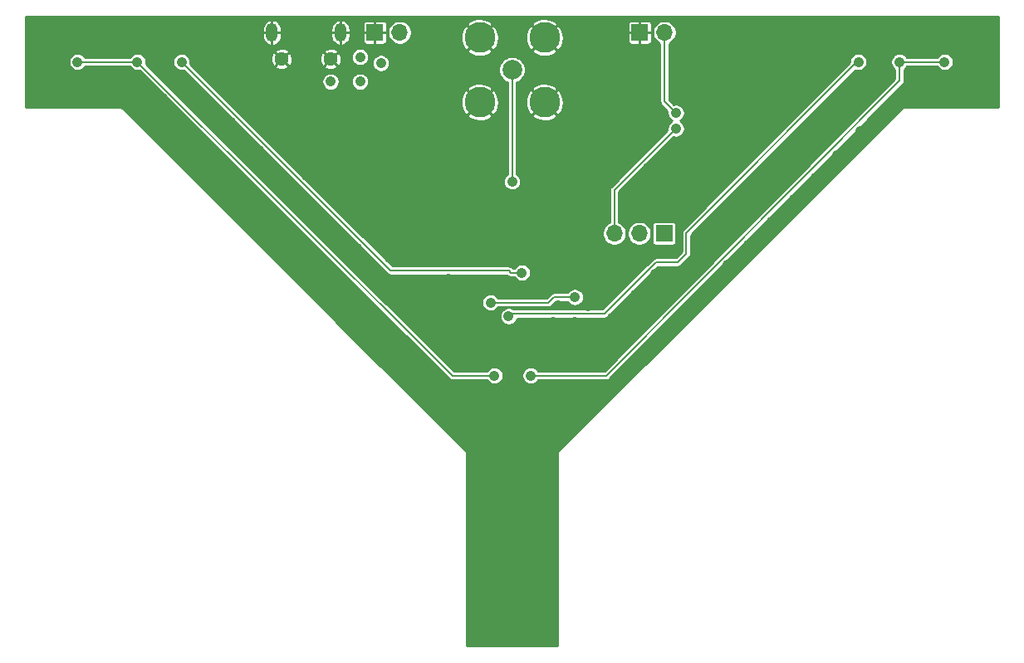
<source format=gbr>
G04 #@! TF.GenerationSoftware,KiCad,Pcbnew,(5.1.5-0-10_14)*
G04 #@! TF.CreationDate,2020-12-29T13:30:18-08:00*
G04 #@! TF.ProjectId,FakeEyes,46616b65-4579-4657-932e-6b696361645f,rev?*
G04 #@! TF.SameCoordinates,Original*
G04 #@! TF.FileFunction,Copper,L3,Inr*
G04 #@! TF.FilePolarity,Positive*
%FSLAX46Y46*%
G04 Gerber Fmt 4.6, Leading zero omitted, Abs format (unit mm)*
G04 Created by KiCad (PCBNEW (5.1.5-0-10_14)) date 2020-12-29 13:30:18*
%MOMM*%
%LPD*%
G04 APERTURE LIST*
%ADD10C,1.450000*%
%ADD11O,1.200000X1.900000*%
%ADD12O,1.700000X1.700000*%
%ADD13R,1.700000X1.700000*%
%ADD14C,3.126000*%
%ADD15C,2.000000*%
%ADD16C,1.050000*%
%ADD17C,0.200000*%
%ADD18C,0.254000*%
G04 APERTURE END LIST*
D10*
X91500000Y-64700000D03*
X86500000Y-64700000D03*
D11*
X92500000Y-62000000D03*
X85500000Y-62000000D03*
D12*
X98540000Y-62000000D03*
D13*
X96000000Y-62000000D03*
X123000000Y-62000000D03*
D12*
X125540000Y-62000000D03*
D13*
X125500000Y-82500000D03*
D12*
X122960000Y-82500000D03*
X120420000Y-82500000D03*
D14*
X113300000Y-69100000D03*
X106700000Y-69100000D03*
X106700000Y-62500000D03*
X113300000Y-62500000D03*
D15*
X110000000Y-65800000D03*
D16*
X128550000Y-86600000D03*
X95700000Y-76100000D03*
X96600000Y-70900000D03*
X93500000Y-73000000D03*
X63000000Y-67800000D03*
X63000000Y-62300000D03*
X157000000Y-62200000D03*
X157000000Y-67800000D03*
X110000000Y-115600000D03*
X107300000Y-122000000D03*
X112700000Y-122000000D03*
X87000000Y-66900000D03*
X85900000Y-69000000D03*
X85944975Y-70855025D03*
X104600000Y-88300000D03*
X104400000Y-85400000D03*
X120200000Y-91100000D03*
X122600000Y-88700000D03*
X124600000Y-86600000D03*
X126750000Y-84250000D03*
X122400000Y-86500000D03*
X120200000Y-88700000D03*
X124500000Y-84400000D03*
X117700000Y-89900000D03*
X116400000Y-91500000D03*
X114700000Y-89800000D03*
X114200000Y-91500000D03*
X110350000Y-92350000D03*
X104900000Y-90000000D03*
X105400000Y-90900000D03*
X111000000Y-71300000D03*
X111000000Y-74400000D03*
X109000000Y-71400000D03*
X109000000Y-74400000D03*
X107400000Y-80100000D03*
X111700000Y-80550000D03*
X130600000Y-78300000D03*
X133200000Y-78300000D03*
X133300000Y-75200000D03*
X136300000Y-75200000D03*
X136300000Y-72400000D03*
X140500000Y-72500000D03*
X139900000Y-69000000D03*
X143600000Y-68100000D03*
X141900000Y-66600000D03*
X150700000Y-64100000D03*
X152000000Y-66000000D03*
X153400000Y-63200000D03*
X154100000Y-66500000D03*
X150700000Y-66300000D03*
X147900000Y-66600000D03*
X148500000Y-69300000D03*
X145400000Y-69700000D03*
X145500000Y-72100000D03*
X143100000Y-72100000D03*
X143100000Y-74500000D03*
X140500000Y-74500000D03*
X140900000Y-76800000D03*
X138500000Y-76500000D03*
X138750000Y-79000000D03*
X136300000Y-78900000D03*
X136450000Y-81300000D03*
X134000000Y-81100000D03*
X134100000Y-83700000D03*
X131800000Y-83600000D03*
X132000000Y-85700000D03*
X130350000Y-84850000D03*
X127450000Y-87750000D03*
X129700000Y-88200000D03*
X125500000Y-89600000D03*
X126500000Y-91300000D03*
X123800000Y-91500000D03*
X124800000Y-93300000D03*
X121800000Y-93200000D03*
X122500000Y-95400000D03*
X119800000Y-95000000D03*
X120600000Y-97200000D03*
X118000000Y-95800000D03*
X117700000Y-98100000D03*
X115000000Y-95700000D03*
X115000000Y-98000000D03*
X106600000Y-96000000D03*
X104800000Y-98200000D03*
X104100000Y-95300000D03*
X101200000Y-95700000D03*
X101500000Y-93100000D03*
X98600000Y-93600000D03*
X99200000Y-90700000D03*
X95900000Y-91000000D03*
X96800000Y-88400000D03*
X94000000Y-88600000D03*
X94100000Y-86000000D03*
X91400000Y-86500000D03*
X92000000Y-83400000D03*
X89100000Y-84200000D03*
X89400000Y-80900000D03*
X86800000Y-81600000D03*
X86900000Y-78600000D03*
X84600000Y-79100000D03*
X84500000Y-76300000D03*
X81400000Y-76400000D03*
X81300000Y-73100000D03*
X79100000Y-73600000D03*
X79000000Y-70600000D03*
X76100000Y-71100000D03*
X76700000Y-68500000D03*
X74400000Y-68700000D03*
X74400000Y-66300000D03*
X72700000Y-67100000D03*
X70400000Y-66100000D03*
X68500000Y-64100000D03*
X67100000Y-66200000D03*
X66000000Y-63600000D03*
X75600000Y-63800000D03*
X78100000Y-65000000D03*
X77550000Y-67500000D03*
X80600000Y-68000000D03*
X81300000Y-71100000D03*
X83100000Y-70600000D03*
X84200000Y-74000000D03*
X87200000Y-74250000D03*
X86700000Y-76600000D03*
X89000000Y-76600000D03*
X89300000Y-79200000D03*
X91450000Y-78750000D03*
X91500000Y-82200000D03*
X95150000Y-82450000D03*
X94200000Y-84000000D03*
X97500000Y-85000000D03*
X96550000Y-86650000D03*
X100400000Y-85300000D03*
X100600000Y-87200000D03*
X102500000Y-85400000D03*
X103500000Y-87150000D03*
X124250000Y-64050000D03*
X124700000Y-66500000D03*
X126600000Y-65200000D03*
X126500000Y-68500000D03*
X124000000Y-73200000D03*
X123800000Y-75800000D03*
X121600000Y-75700000D03*
X122200000Y-78300000D03*
X119200000Y-79500000D03*
X121500000Y-80700000D03*
X105900000Y-105500000D03*
X105900000Y-108700000D03*
X105900000Y-111700000D03*
X105900000Y-115000000D03*
X105900000Y-117700000D03*
X105900000Y-120500000D03*
X114000000Y-105500000D03*
X114000000Y-108500000D03*
X113900000Y-111300000D03*
X113900000Y-114700000D03*
X113800000Y-117600000D03*
X113800000Y-120800000D03*
X105500000Y-81800000D03*
X112250000Y-88250000D03*
X71500000Y-61500000D03*
X150000000Y-61500000D03*
X112000000Y-76500000D03*
X114000000Y-76500000D03*
X116000000Y-76500000D03*
X118000000Y-76500000D03*
X125000000Y-78000000D03*
X127000000Y-79500000D03*
X128500000Y-77500000D03*
X126000000Y-75500000D03*
X119000000Y-74300000D03*
X116500000Y-74300000D03*
X114000000Y-74300000D03*
X106500000Y-76500000D03*
X104500000Y-78500000D03*
X98500000Y-80000000D03*
X97000000Y-78000000D03*
X100500000Y-82000000D03*
X102000000Y-83500000D03*
X103000000Y-77000000D03*
X100000000Y-74000000D03*
X98500000Y-72000000D03*
X90000000Y-73500000D03*
X86500000Y-72500000D03*
X102000000Y-75500000D03*
X108500000Y-83500000D03*
X115500000Y-85000000D03*
X114500000Y-82000000D03*
X92100000Y-70000000D03*
X91500000Y-67000000D03*
X94500000Y-67000000D03*
X96621041Y-65121041D03*
X94500000Y-64500000D03*
X110000000Y-77200000D03*
X126700000Y-70200000D03*
X71800000Y-65000000D03*
X108200000Y-97000000D03*
X65700000Y-65000000D03*
X149500000Y-65000000D03*
X111900000Y-97000000D03*
X154100000Y-65000000D03*
X116400000Y-89000000D03*
X107800000Y-89550000D03*
X126700000Y-71800000D03*
X145300000Y-65000000D03*
X109650000Y-90950000D03*
X76300000Y-65000000D03*
X111000000Y-86500000D03*
D17*
X110000000Y-67214213D02*
X110000000Y-77200000D01*
X110000000Y-65800000D02*
X110000000Y-67214213D01*
X125540000Y-69040000D02*
X126700000Y-70200000D01*
X125540000Y-62000000D02*
X125540000Y-69040000D01*
X102900000Y-96000000D02*
X71800000Y-65000000D01*
X103900000Y-97000000D02*
X102900000Y-96000000D01*
X103900000Y-97000000D02*
X108200000Y-97000000D01*
X71800000Y-65000000D02*
X65700000Y-65000000D01*
X149500000Y-65565685D02*
X149500000Y-65000000D01*
X149500000Y-66932402D02*
X149500000Y-65565685D01*
X119600000Y-97000000D02*
X149500000Y-66932402D01*
X111900000Y-97000000D02*
X119600000Y-97000000D01*
X154100000Y-65000000D02*
X149500000Y-65000000D01*
X114400000Y-89000000D02*
X116400000Y-89000000D01*
X113700000Y-89550000D02*
X114250000Y-89000000D01*
X107800000Y-89550000D02*
X113700000Y-89550000D01*
X114250000Y-89000000D02*
X114400000Y-89000000D01*
X120420000Y-78080000D02*
X126700000Y-71800000D01*
X120420000Y-82500000D02*
X120420000Y-78080000D01*
X109800000Y-90700000D02*
X119414002Y-90700000D01*
X145114002Y-65000000D02*
X145300000Y-65000000D01*
X109650000Y-90850000D02*
X109800000Y-90700000D01*
X109650000Y-90950000D02*
X109650000Y-90850000D01*
X126885401Y-85432001D02*
X127750000Y-84567402D01*
X124682001Y-85432001D02*
X126885401Y-85432001D01*
X119414002Y-90700000D02*
X124682001Y-85432001D01*
X127750000Y-84567402D02*
X127750000Y-82500000D01*
X127750000Y-82500000D02*
X128000000Y-82250000D01*
X128000000Y-82250000D02*
X145114002Y-65000000D01*
X97600000Y-86300000D02*
X76300000Y-65000000D01*
X109700000Y-86300000D02*
X109900000Y-86500000D01*
X109900000Y-86500000D02*
X111000000Y-86500000D01*
X109700000Y-86300000D02*
X97600000Y-86300000D01*
D18*
G36*
X159594001Y-69594000D02*
G01*
X150019932Y-69594000D01*
X149999999Y-69592037D01*
X149980066Y-69594000D01*
X149980059Y-69594000D01*
X149920410Y-69599875D01*
X149843879Y-69623090D01*
X149773347Y-69660790D01*
X149711526Y-69711526D01*
X149698811Y-69727019D01*
X124727026Y-94698805D01*
X124727015Y-94698814D01*
X114727020Y-104698811D01*
X114711527Y-104711526D01*
X114660791Y-104773347D01*
X114623092Y-104843878D01*
X114623091Y-104843879D01*
X114599875Y-104920411D01*
X114592037Y-105000000D01*
X114594001Y-105019943D01*
X114594000Y-124594000D01*
X105406000Y-124594000D01*
X105406000Y-105019941D01*
X105407964Y-105000000D01*
X105400125Y-104920410D01*
X105376910Y-104843878D01*
X105363778Y-104819310D01*
X105339210Y-104773347D01*
X105288474Y-104711526D01*
X105272988Y-104698817D01*
X95301190Y-94727021D01*
X95301185Y-94727015D01*
X70301193Y-69727024D01*
X70288474Y-69711526D01*
X70226653Y-69660790D01*
X70156121Y-69623090D01*
X70079590Y-69599875D01*
X70019941Y-69594000D01*
X70019933Y-69594000D01*
X70000000Y-69592037D01*
X69980067Y-69594000D01*
X60406000Y-69594000D01*
X60406000Y-64910767D01*
X64794000Y-64910767D01*
X64794000Y-65089233D01*
X64828817Y-65264271D01*
X64897113Y-65429152D01*
X64996264Y-65577541D01*
X65122459Y-65703736D01*
X65270848Y-65802887D01*
X65435729Y-65871183D01*
X65610767Y-65906000D01*
X65789233Y-65906000D01*
X65964271Y-65871183D01*
X66129152Y-65802887D01*
X66277541Y-65703736D01*
X66403736Y-65577541D01*
X66468243Y-65481000D01*
X71031757Y-65481000D01*
X71096264Y-65577541D01*
X71222459Y-65703736D01*
X71370848Y-65802887D01*
X71535729Y-65871183D01*
X71710767Y-65906000D01*
X71889233Y-65906000D01*
X72004572Y-65883058D01*
X102560368Y-96340604D01*
X103543170Y-97323406D01*
X103558236Y-97341764D01*
X103631478Y-97401872D01*
X103670374Y-97422662D01*
X103715038Y-97446536D01*
X103805707Y-97474040D01*
X103900000Y-97483327D01*
X103923626Y-97481000D01*
X107431757Y-97481000D01*
X107496264Y-97577541D01*
X107622459Y-97703736D01*
X107770848Y-97802887D01*
X107935729Y-97871183D01*
X108110767Y-97906000D01*
X108289233Y-97906000D01*
X108464271Y-97871183D01*
X108629152Y-97802887D01*
X108777541Y-97703736D01*
X108903736Y-97577541D01*
X109002887Y-97429152D01*
X109071183Y-97264271D01*
X109106000Y-97089233D01*
X109106000Y-96910767D01*
X110994000Y-96910767D01*
X110994000Y-97089233D01*
X111028817Y-97264271D01*
X111097113Y-97429152D01*
X111196264Y-97577541D01*
X111322459Y-97703736D01*
X111470848Y-97802887D01*
X111635729Y-97871183D01*
X111810767Y-97906000D01*
X111989233Y-97906000D01*
X112164271Y-97871183D01*
X112329152Y-97802887D01*
X112477541Y-97703736D01*
X112603736Y-97577541D01*
X112668243Y-97481000D01*
X119577050Y-97481000D01*
X119601350Y-97483325D01*
X119647688Y-97478630D01*
X119694292Y-97474040D01*
X119694944Y-97473842D01*
X119695617Y-97473774D01*
X119740127Y-97460136D01*
X119784961Y-97446536D01*
X119785561Y-97446215D01*
X119786208Y-97446017D01*
X119827128Y-97423997D01*
X119868522Y-97401872D01*
X119869050Y-97401439D01*
X119869644Y-97401119D01*
X119905475Y-97371545D01*
X119941764Y-97341764D01*
X119957256Y-97322887D01*
X149823933Y-67288800D01*
X149841764Y-67274166D01*
X149857252Y-67255293D01*
X149857727Y-67254816D01*
X149872236Y-67237036D01*
X149901872Y-67200924D01*
X149902192Y-67200326D01*
X149902620Y-67199801D01*
X149924516Y-67158561D01*
X149946536Y-67117363D01*
X149946733Y-67116714D01*
X149947051Y-67116115D01*
X149960469Y-67071431D01*
X149974040Y-67026694D01*
X149974107Y-67026017D01*
X149974301Y-67025370D01*
X149978739Y-66978979D01*
X149981000Y-66956028D01*
X149981000Y-66955353D01*
X149983325Y-66931052D01*
X149981000Y-66908105D01*
X149981000Y-65768243D01*
X150077541Y-65703736D01*
X150203736Y-65577541D01*
X150268243Y-65481000D01*
X153331757Y-65481000D01*
X153396264Y-65577541D01*
X153522459Y-65703736D01*
X153670848Y-65802887D01*
X153835729Y-65871183D01*
X154010767Y-65906000D01*
X154189233Y-65906000D01*
X154364271Y-65871183D01*
X154529152Y-65802887D01*
X154677541Y-65703736D01*
X154803736Y-65577541D01*
X154902887Y-65429152D01*
X154971183Y-65264271D01*
X155006000Y-65089233D01*
X155006000Y-64910767D01*
X154971183Y-64735729D01*
X154902887Y-64570848D01*
X154803736Y-64422459D01*
X154677541Y-64296264D01*
X154529152Y-64197113D01*
X154364271Y-64128817D01*
X154189233Y-64094000D01*
X154010767Y-64094000D01*
X153835729Y-64128817D01*
X153670848Y-64197113D01*
X153522459Y-64296264D01*
X153396264Y-64422459D01*
X153331757Y-64519000D01*
X150268243Y-64519000D01*
X150203736Y-64422459D01*
X150077541Y-64296264D01*
X149929152Y-64197113D01*
X149764271Y-64128817D01*
X149589233Y-64094000D01*
X149410767Y-64094000D01*
X149235729Y-64128817D01*
X149070848Y-64197113D01*
X148922459Y-64296264D01*
X148796264Y-64422459D01*
X148697113Y-64570848D01*
X148628817Y-64735729D01*
X148594000Y-64910767D01*
X148594000Y-65089233D01*
X148628817Y-65264271D01*
X148697113Y-65429152D01*
X148796264Y-65577541D01*
X148922459Y-65703736D01*
X149019001Y-65768244D01*
X149019000Y-66733952D01*
X119399977Y-96519000D01*
X112668243Y-96519000D01*
X112603736Y-96422459D01*
X112477541Y-96296264D01*
X112329152Y-96197113D01*
X112164271Y-96128817D01*
X111989233Y-96094000D01*
X111810767Y-96094000D01*
X111635729Y-96128817D01*
X111470848Y-96197113D01*
X111322459Y-96296264D01*
X111196264Y-96422459D01*
X111097113Y-96570848D01*
X111028817Y-96735729D01*
X110994000Y-96910767D01*
X109106000Y-96910767D01*
X109071183Y-96735729D01*
X109002887Y-96570848D01*
X108903736Y-96422459D01*
X108777541Y-96296264D01*
X108629152Y-96197113D01*
X108464271Y-96128817D01*
X108289233Y-96094000D01*
X108110767Y-96094000D01*
X107935729Y-96128817D01*
X107770848Y-96197113D01*
X107622459Y-96296264D01*
X107496264Y-96422459D01*
X107431757Y-96519000D01*
X104099236Y-96519000D01*
X103256555Y-95676319D01*
X103256303Y-95676013D01*
X103239509Y-95659273D01*
X103223412Y-95643176D01*
X103223118Y-95642935D01*
X98425525Y-90860767D01*
X108744000Y-90860767D01*
X108744000Y-91039233D01*
X108778817Y-91214271D01*
X108847113Y-91379152D01*
X108946264Y-91527541D01*
X109072459Y-91653736D01*
X109220848Y-91752887D01*
X109385729Y-91821183D01*
X109560767Y-91856000D01*
X109739233Y-91856000D01*
X109914271Y-91821183D01*
X110079152Y-91752887D01*
X110227541Y-91653736D01*
X110353736Y-91527541D01*
X110452887Y-91379152D01*
X110521183Y-91214271D01*
X110527801Y-91181000D01*
X119390376Y-91181000D01*
X119414002Y-91183327D01*
X119437628Y-91181000D01*
X119508294Y-91174040D01*
X119598963Y-91146536D01*
X119682524Y-91101872D01*
X119755766Y-91041764D01*
X119770832Y-91023406D01*
X124881237Y-85913001D01*
X126861775Y-85913001D01*
X126885401Y-85915328D01*
X126909027Y-85913001D01*
X126979693Y-85906041D01*
X127070362Y-85878537D01*
X127153923Y-85833873D01*
X127227165Y-85773765D01*
X127242231Y-85755407D01*
X128073406Y-84924232D01*
X128091764Y-84909166D01*
X128151872Y-84835924D01*
X128172662Y-84797028D01*
X128196536Y-84752364D01*
X128224040Y-84661695D01*
X128233327Y-84567402D01*
X128231000Y-84543776D01*
X128231000Y-82699236D01*
X128324091Y-82606145D01*
X128324821Y-82605541D01*
X128340677Y-82589559D01*
X128356824Y-82573412D01*
X128357433Y-82572669D01*
X144958844Y-65839336D01*
X145035729Y-65871183D01*
X145210767Y-65906000D01*
X145389233Y-65906000D01*
X145564271Y-65871183D01*
X145729152Y-65802887D01*
X145877541Y-65703736D01*
X146003736Y-65577541D01*
X146102887Y-65429152D01*
X146171183Y-65264271D01*
X146206000Y-65089233D01*
X146206000Y-64910767D01*
X146171183Y-64735729D01*
X146102887Y-64570848D01*
X146003736Y-64422459D01*
X145877541Y-64296264D01*
X145729152Y-64197113D01*
X145564271Y-64128817D01*
X145389233Y-64094000D01*
X145210767Y-64094000D01*
X145035729Y-64128817D01*
X144870848Y-64197113D01*
X144722459Y-64296264D01*
X144596264Y-64422459D01*
X144497113Y-64570848D01*
X144428817Y-64735729D01*
X144394000Y-64910767D01*
X144394000Y-65042779D01*
X127659265Y-81910499D01*
X127426589Y-82143175D01*
X127408237Y-82158236D01*
X127393176Y-82176588D01*
X127348129Y-82231478D01*
X127303465Y-82315039D01*
X127275960Y-82405708D01*
X127266673Y-82500000D01*
X127269001Y-82523636D01*
X127269000Y-84368166D01*
X126686165Y-84951001D01*
X124705627Y-84951001D01*
X124682001Y-84948674D01*
X124587708Y-84957961D01*
X124497039Y-84985465D01*
X124452375Y-85009339D01*
X124413479Y-85030129D01*
X124340237Y-85090237D01*
X124325171Y-85108595D01*
X119214766Y-90219000D01*
X110186738Y-90219000D01*
X110079152Y-90147113D01*
X109914271Y-90078817D01*
X109739233Y-90044000D01*
X109560767Y-90044000D01*
X109385729Y-90078817D01*
X109220848Y-90147113D01*
X109072459Y-90246264D01*
X108946264Y-90372459D01*
X108847113Y-90520848D01*
X108778817Y-90685729D01*
X108744000Y-90860767D01*
X98425525Y-90860767D01*
X97021008Y-89460767D01*
X106894000Y-89460767D01*
X106894000Y-89639233D01*
X106928817Y-89814271D01*
X106997113Y-89979152D01*
X107096264Y-90127541D01*
X107222459Y-90253736D01*
X107370848Y-90352887D01*
X107535729Y-90421183D01*
X107710767Y-90456000D01*
X107889233Y-90456000D01*
X108064271Y-90421183D01*
X108229152Y-90352887D01*
X108377541Y-90253736D01*
X108503736Y-90127541D01*
X108568243Y-90031000D01*
X113676374Y-90031000D01*
X113700000Y-90033327D01*
X113723626Y-90031000D01*
X113794292Y-90024040D01*
X113884961Y-89996536D01*
X113968522Y-89951872D01*
X114041764Y-89891764D01*
X114056830Y-89873406D01*
X114449237Y-89481000D01*
X115631757Y-89481000D01*
X115696264Y-89577541D01*
X115822459Y-89703736D01*
X115970848Y-89802887D01*
X116135729Y-89871183D01*
X116310767Y-89906000D01*
X116489233Y-89906000D01*
X116664271Y-89871183D01*
X116829152Y-89802887D01*
X116977541Y-89703736D01*
X117103736Y-89577541D01*
X117202887Y-89429152D01*
X117271183Y-89264271D01*
X117306000Y-89089233D01*
X117306000Y-88910767D01*
X117271183Y-88735729D01*
X117202887Y-88570848D01*
X117103736Y-88422459D01*
X116977541Y-88296264D01*
X116829152Y-88197113D01*
X116664271Y-88128817D01*
X116489233Y-88094000D01*
X116310767Y-88094000D01*
X116135729Y-88128817D01*
X115970848Y-88197113D01*
X115822459Y-88296264D01*
X115696264Y-88422459D01*
X115631757Y-88519000D01*
X114273615Y-88519000D01*
X114249999Y-88516674D01*
X114226383Y-88519000D01*
X114226374Y-88519000D01*
X114155708Y-88525960D01*
X114065039Y-88553464D01*
X113981478Y-88598128D01*
X113908236Y-88658236D01*
X113893174Y-88676589D01*
X113500764Y-89069000D01*
X108568243Y-89069000D01*
X108503736Y-88972459D01*
X108377541Y-88846264D01*
X108229152Y-88747113D01*
X108064271Y-88678817D01*
X107889233Y-88644000D01*
X107710767Y-88644000D01*
X107535729Y-88678817D01*
X107370848Y-88747113D01*
X107222459Y-88846264D01*
X107096264Y-88972459D01*
X106997113Y-89120848D01*
X106928817Y-89285729D01*
X106894000Y-89460767D01*
X97021008Y-89460767D01*
X72683638Y-65201654D01*
X72706000Y-65089233D01*
X72706000Y-64910767D01*
X75394000Y-64910767D01*
X75394000Y-65089233D01*
X75428817Y-65264271D01*
X75497113Y-65429152D01*
X75596264Y-65577541D01*
X75722459Y-65703736D01*
X75870848Y-65802887D01*
X76035729Y-65871183D01*
X76210767Y-65906000D01*
X76389233Y-65906000D01*
X76503112Y-65883348D01*
X97243175Y-86623412D01*
X97258236Y-86641764D01*
X97331478Y-86701872D01*
X97415039Y-86746536D01*
X97473504Y-86764271D01*
X97505707Y-86774040D01*
X97600000Y-86783327D01*
X97623626Y-86781000D01*
X109500764Y-86781000D01*
X109543170Y-86823406D01*
X109558236Y-86841764D01*
X109631478Y-86901872D01*
X109682516Y-86929152D01*
X109715038Y-86946536D01*
X109805707Y-86974040D01*
X109900000Y-86983327D01*
X109923626Y-86981000D01*
X110231757Y-86981000D01*
X110296264Y-87077541D01*
X110422459Y-87203736D01*
X110570848Y-87302887D01*
X110735729Y-87371183D01*
X110910767Y-87406000D01*
X111089233Y-87406000D01*
X111264271Y-87371183D01*
X111429152Y-87302887D01*
X111577541Y-87203736D01*
X111703736Y-87077541D01*
X111802887Y-86929152D01*
X111871183Y-86764271D01*
X111906000Y-86589233D01*
X111906000Y-86410767D01*
X111871183Y-86235729D01*
X111802887Y-86070848D01*
X111703736Y-85922459D01*
X111577541Y-85796264D01*
X111429152Y-85697113D01*
X111264271Y-85628817D01*
X111089233Y-85594000D01*
X110910767Y-85594000D01*
X110735729Y-85628817D01*
X110570848Y-85697113D01*
X110422459Y-85796264D01*
X110296264Y-85922459D01*
X110231757Y-86019000D01*
X110099236Y-86019000D01*
X110056830Y-85976594D01*
X110041764Y-85958236D01*
X109968522Y-85898128D01*
X109884961Y-85853464D01*
X109794292Y-85825960D01*
X109723626Y-85819000D01*
X109700000Y-85816673D01*
X109676374Y-85819000D01*
X97799237Y-85819000D01*
X94358994Y-82378757D01*
X119189000Y-82378757D01*
X119189000Y-82621243D01*
X119236307Y-82859069D01*
X119329102Y-83083097D01*
X119463820Y-83284717D01*
X119635283Y-83456180D01*
X119836903Y-83590898D01*
X120060931Y-83683693D01*
X120298757Y-83731000D01*
X120541243Y-83731000D01*
X120779069Y-83683693D01*
X121003097Y-83590898D01*
X121204717Y-83456180D01*
X121376180Y-83284717D01*
X121510898Y-83083097D01*
X121603693Y-82859069D01*
X121651000Y-82621243D01*
X121651000Y-82378757D01*
X121729000Y-82378757D01*
X121729000Y-82621243D01*
X121776307Y-82859069D01*
X121869102Y-83083097D01*
X122003820Y-83284717D01*
X122175283Y-83456180D01*
X122376903Y-83590898D01*
X122600931Y-83683693D01*
X122838757Y-83731000D01*
X123081243Y-83731000D01*
X123319069Y-83683693D01*
X123543097Y-83590898D01*
X123744717Y-83456180D01*
X123916180Y-83284717D01*
X124050898Y-83083097D01*
X124143693Y-82859069D01*
X124191000Y-82621243D01*
X124191000Y-82378757D01*
X124143693Y-82140931D01*
X124050898Y-81916903D01*
X123916180Y-81715283D01*
X123850897Y-81650000D01*
X124267157Y-81650000D01*
X124267157Y-83350000D01*
X124274513Y-83424689D01*
X124296299Y-83496508D01*
X124331678Y-83562696D01*
X124379289Y-83620711D01*
X124437304Y-83668322D01*
X124503492Y-83703701D01*
X124575311Y-83725487D01*
X124650000Y-83732843D01*
X126350000Y-83732843D01*
X126424689Y-83725487D01*
X126496508Y-83703701D01*
X126562696Y-83668322D01*
X126620711Y-83620711D01*
X126668322Y-83562696D01*
X126703701Y-83496508D01*
X126725487Y-83424689D01*
X126732843Y-83350000D01*
X126732843Y-81650000D01*
X126725487Y-81575311D01*
X126703701Y-81503492D01*
X126668322Y-81437304D01*
X126620711Y-81379289D01*
X126562696Y-81331678D01*
X126496508Y-81296299D01*
X126424689Y-81274513D01*
X126350000Y-81267157D01*
X124650000Y-81267157D01*
X124575311Y-81274513D01*
X124503492Y-81296299D01*
X124437304Y-81331678D01*
X124379289Y-81379289D01*
X124331678Y-81437304D01*
X124296299Y-81503492D01*
X124274513Y-81575311D01*
X124267157Y-81650000D01*
X123850897Y-81650000D01*
X123744717Y-81543820D01*
X123543097Y-81409102D01*
X123319069Y-81316307D01*
X123081243Y-81269000D01*
X122838757Y-81269000D01*
X122600931Y-81316307D01*
X122376903Y-81409102D01*
X122175283Y-81543820D01*
X122003820Y-81715283D01*
X121869102Y-81916903D01*
X121776307Y-82140931D01*
X121729000Y-82378757D01*
X121651000Y-82378757D01*
X121603693Y-82140931D01*
X121510898Y-81916903D01*
X121376180Y-81715283D01*
X121204717Y-81543820D01*
X121003097Y-81409102D01*
X120901000Y-81366812D01*
X120901000Y-78279236D01*
X126496889Y-72683348D01*
X126610767Y-72706000D01*
X126789233Y-72706000D01*
X126964271Y-72671183D01*
X127129152Y-72602887D01*
X127277541Y-72503736D01*
X127403736Y-72377541D01*
X127502887Y-72229152D01*
X127571183Y-72064271D01*
X127606000Y-71889233D01*
X127606000Y-71710767D01*
X127571183Y-71535729D01*
X127502887Y-71370848D01*
X127403736Y-71222459D01*
X127277541Y-71096264D01*
X127133473Y-71000000D01*
X127277541Y-70903736D01*
X127403736Y-70777541D01*
X127502887Y-70629152D01*
X127571183Y-70464271D01*
X127606000Y-70289233D01*
X127606000Y-70110767D01*
X127571183Y-69935729D01*
X127502887Y-69770848D01*
X127403736Y-69622459D01*
X127277541Y-69496264D01*
X127129152Y-69397113D01*
X126964271Y-69328817D01*
X126789233Y-69294000D01*
X126610767Y-69294000D01*
X126496888Y-69316652D01*
X126021000Y-68840764D01*
X126021000Y-63133188D01*
X126123097Y-63090898D01*
X126324717Y-62956180D01*
X126496180Y-62784717D01*
X126630898Y-62583097D01*
X126723693Y-62359069D01*
X126771000Y-62121243D01*
X126771000Y-61878757D01*
X126723693Y-61640931D01*
X126630898Y-61416903D01*
X126496180Y-61215283D01*
X126324717Y-61043820D01*
X126123097Y-60909102D01*
X125899069Y-60816307D01*
X125661243Y-60769000D01*
X125418757Y-60769000D01*
X125180931Y-60816307D01*
X124956903Y-60909102D01*
X124755283Y-61043820D01*
X124583820Y-61215283D01*
X124449102Y-61416903D01*
X124356307Y-61640931D01*
X124309000Y-61878757D01*
X124309000Y-62121243D01*
X124356307Y-62359069D01*
X124449102Y-62583097D01*
X124583820Y-62784717D01*
X124755283Y-62956180D01*
X124956903Y-63090898D01*
X125059000Y-63133188D01*
X125059001Y-69016364D01*
X125056673Y-69040000D01*
X125065960Y-69134292D01*
X125093465Y-69224961D01*
X125138129Y-69308522D01*
X125198237Y-69381764D01*
X125216589Y-69396825D01*
X125816652Y-69996888D01*
X125794000Y-70110767D01*
X125794000Y-70289233D01*
X125828817Y-70464271D01*
X125897113Y-70629152D01*
X125996264Y-70777541D01*
X126122459Y-70903736D01*
X126266527Y-71000000D01*
X126122459Y-71096264D01*
X125996264Y-71222459D01*
X125897113Y-71370848D01*
X125828817Y-71535729D01*
X125794000Y-71710767D01*
X125794000Y-71889233D01*
X125816652Y-72003111D01*
X120096589Y-77723175D01*
X120078237Y-77738236D01*
X120063176Y-77756588D01*
X120018129Y-77811478D01*
X119973465Y-77895039D01*
X119945960Y-77985708D01*
X119936673Y-78080000D01*
X119939001Y-78103636D01*
X119939000Y-81366812D01*
X119836903Y-81409102D01*
X119635283Y-81543820D01*
X119463820Y-81715283D01*
X119329102Y-81916903D01*
X119236307Y-82140931D01*
X119189000Y-82378757D01*
X94358994Y-82378757D01*
X82394505Y-70414268D01*
X105386439Y-70414268D01*
X105552221Y-70680633D01*
X105882642Y-70874181D01*
X106244473Y-70999550D01*
X106623809Y-71051919D01*
X107006074Y-71029277D01*
X107376576Y-70932495D01*
X107721078Y-70765290D01*
X107847779Y-70680633D01*
X108013561Y-70414268D01*
X106700000Y-69100707D01*
X105386439Y-70414268D01*
X82394505Y-70414268D01*
X81004046Y-69023809D01*
X104748081Y-69023809D01*
X104770723Y-69406074D01*
X104867505Y-69776576D01*
X105034710Y-70121078D01*
X105119367Y-70247779D01*
X105385732Y-70413561D01*
X106699293Y-69100000D01*
X106700707Y-69100000D01*
X108014268Y-70413561D01*
X108280633Y-70247779D01*
X108474181Y-69917358D01*
X108599550Y-69555527D01*
X108651919Y-69176191D01*
X108629277Y-68793926D01*
X108532495Y-68423424D01*
X108365290Y-68078922D01*
X108280633Y-67952221D01*
X108014268Y-67786439D01*
X106700707Y-69100000D01*
X106699293Y-69100000D01*
X105385732Y-67786439D01*
X105119367Y-67952221D01*
X104925819Y-68282642D01*
X104800450Y-68644473D01*
X104748081Y-69023809D01*
X81004046Y-69023809D01*
X78891004Y-66910767D01*
X90594000Y-66910767D01*
X90594000Y-67089233D01*
X90628817Y-67264271D01*
X90697113Y-67429152D01*
X90796264Y-67577541D01*
X90922459Y-67703736D01*
X91070848Y-67802887D01*
X91235729Y-67871183D01*
X91410767Y-67906000D01*
X91589233Y-67906000D01*
X91764271Y-67871183D01*
X91929152Y-67802887D01*
X92077541Y-67703736D01*
X92203736Y-67577541D01*
X92302887Y-67429152D01*
X92371183Y-67264271D01*
X92406000Y-67089233D01*
X92406000Y-66910767D01*
X93594000Y-66910767D01*
X93594000Y-67089233D01*
X93628817Y-67264271D01*
X93697113Y-67429152D01*
X93796264Y-67577541D01*
X93922459Y-67703736D01*
X94070848Y-67802887D01*
X94235729Y-67871183D01*
X94410767Y-67906000D01*
X94589233Y-67906000D01*
X94764271Y-67871183D01*
X94929152Y-67802887D01*
X94954826Y-67785732D01*
X105386439Y-67785732D01*
X106700000Y-69099293D01*
X108013561Y-67785732D01*
X107847779Y-67519367D01*
X107517358Y-67325819D01*
X107155527Y-67200450D01*
X106776191Y-67148081D01*
X106393926Y-67170723D01*
X106023424Y-67267505D01*
X105678922Y-67434710D01*
X105552221Y-67519367D01*
X105386439Y-67785732D01*
X94954826Y-67785732D01*
X95077541Y-67703736D01*
X95203736Y-67577541D01*
X95302887Y-67429152D01*
X95371183Y-67264271D01*
X95406000Y-67089233D01*
X95406000Y-66910767D01*
X95371183Y-66735729D01*
X95302887Y-66570848D01*
X95203736Y-66422459D01*
X95077541Y-66296264D01*
X94929152Y-66197113D01*
X94764271Y-66128817D01*
X94589233Y-66094000D01*
X94410767Y-66094000D01*
X94235729Y-66128817D01*
X94070848Y-66197113D01*
X93922459Y-66296264D01*
X93796264Y-66422459D01*
X93697113Y-66570848D01*
X93628817Y-66735729D01*
X93594000Y-66910767D01*
X92406000Y-66910767D01*
X92371183Y-66735729D01*
X92302887Y-66570848D01*
X92203736Y-66422459D01*
X92077541Y-66296264D01*
X91929152Y-66197113D01*
X91764271Y-66128817D01*
X91589233Y-66094000D01*
X91410767Y-66094000D01*
X91235729Y-66128817D01*
X91070848Y-66197113D01*
X90922459Y-66296264D01*
X90796264Y-66422459D01*
X90697113Y-66570848D01*
X90628817Y-66735729D01*
X90594000Y-66910767D01*
X78891004Y-66910767D01*
X77399082Y-65418845D01*
X85781862Y-65418845D01*
X85847169Y-65599395D01*
X86035176Y-65709475D01*
X86241045Y-65780761D01*
X86456867Y-65810515D01*
X86674346Y-65797592D01*
X86885126Y-65742489D01*
X87081105Y-65647324D01*
X87152831Y-65599395D01*
X87218138Y-65418845D01*
X90781862Y-65418845D01*
X90847169Y-65599395D01*
X91035176Y-65709475D01*
X91241045Y-65780761D01*
X91456867Y-65810515D01*
X91674346Y-65797592D01*
X91885126Y-65742489D01*
X92081105Y-65647324D01*
X92152831Y-65599395D01*
X92218138Y-65418845D01*
X91500000Y-64700707D01*
X90781862Y-65418845D01*
X87218138Y-65418845D01*
X86500000Y-64700707D01*
X85781862Y-65418845D01*
X77399082Y-65418845D01*
X77183348Y-65203112D01*
X77206000Y-65089233D01*
X77206000Y-64910767D01*
X77171183Y-64735729D01*
X77138518Y-64656867D01*
X85389485Y-64656867D01*
X85402408Y-64874346D01*
X85457511Y-65085126D01*
X85552676Y-65281105D01*
X85600605Y-65352831D01*
X85781155Y-65418138D01*
X86499293Y-64700000D01*
X86500707Y-64700000D01*
X87218845Y-65418138D01*
X87399395Y-65352831D01*
X87509475Y-65164824D01*
X87580761Y-64958955D01*
X87610515Y-64743133D01*
X87605389Y-64656867D01*
X90389485Y-64656867D01*
X90402408Y-64874346D01*
X90457511Y-65085126D01*
X90552676Y-65281105D01*
X90600605Y-65352831D01*
X90781155Y-65418138D01*
X91499293Y-64700000D01*
X91500707Y-64700000D01*
X92218845Y-65418138D01*
X92399395Y-65352831D01*
X92509475Y-65164824D01*
X92580761Y-64958955D01*
X92610515Y-64743133D01*
X92597592Y-64525654D01*
X92567558Y-64410767D01*
X93594000Y-64410767D01*
X93594000Y-64589233D01*
X93628817Y-64764271D01*
X93697113Y-64929152D01*
X93796264Y-65077541D01*
X93922459Y-65203736D01*
X94070848Y-65302887D01*
X94235729Y-65371183D01*
X94410767Y-65406000D01*
X94589233Y-65406000D01*
X94764271Y-65371183D01*
X94929152Y-65302887D01*
X95077541Y-65203736D01*
X95203736Y-65077541D01*
X95234294Y-65031808D01*
X95715041Y-65031808D01*
X95715041Y-65210274D01*
X95749858Y-65385312D01*
X95818154Y-65550193D01*
X95917305Y-65698582D01*
X96043500Y-65824777D01*
X96191889Y-65923928D01*
X96356770Y-65992224D01*
X96531808Y-66027041D01*
X96710274Y-66027041D01*
X96885312Y-65992224D01*
X97050193Y-65923928D01*
X97198582Y-65824777D01*
X97324777Y-65698582D01*
X97347895Y-65663983D01*
X108619000Y-65663983D01*
X108619000Y-65936017D01*
X108672071Y-66202823D01*
X108776174Y-66454149D01*
X108927307Y-66680336D01*
X109119664Y-66872693D01*
X109345851Y-67023826D01*
X109519001Y-67095547D01*
X109519001Y-67190578D01*
X109519000Y-67190588D01*
X109519001Y-76431756D01*
X109422459Y-76496264D01*
X109296264Y-76622459D01*
X109197113Y-76770848D01*
X109128817Y-76935729D01*
X109094000Y-77110767D01*
X109094000Y-77289233D01*
X109128817Y-77464271D01*
X109197113Y-77629152D01*
X109296264Y-77777541D01*
X109422459Y-77903736D01*
X109570848Y-78002887D01*
X109735729Y-78071183D01*
X109910767Y-78106000D01*
X110089233Y-78106000D01*
X110264271Y-78071183D01*
X110429152Y-78002887D01*
X110577541Y-77903736D01*
X110703736Y-77777541D01*
X110802887Y-77629152D01*
X110871183Y-77464271D01*
X110906000Y-77289233D01*
X110906000Y-77110767D01*
X110871183Y-76935729D01*
X110802887Y-76770848D01*
X110703736Y-76622459D01*
X110577541Y-76496264D01*
X110481000Y-76431757D01*
X110481000Y-70414268D01*
X111986439Y-70414268D01*
X112152221Y-70680633D01*
X112482642Y-70874181D01*
X112844473Y-70999550D01*
X113223809Y-71051919D01*
X113606074Y-71029277D01*
X113976576Y-70932495D01*
X114321078Y-70765290D01*
X114447779Y-70680633D01*
X114613561Y-70414268D01*
X113300000Y-69100707D01*
X111986439Y-70414268D01*
X110481000Y-70414268D01*
X110481000Y-69023809D01*
X111348081Y-69023809D01*
X111370723Y-69406074D01*
X111467505Y-69776576D01*
X111634710Y-70121078D01*
X111719367Y-70247779D01*
X111985732Y-70413561D01*
X113299293Y-69100000D01*
X113300707Y-69100000D01*
X114614268Y-70413561D01*
X114880633Y-70247779D01*
X115074181Y-69917358D01*
X115199550Y-69555527D01*
X115251919Y-69176191D01*
X115229277Y-68793926D01*
X115132495Y-68423424D01*
X114965290Y-68078922D01*
X114880633Y-67952221D01*
X114614268Y-67786439D01*
X113300707Y-69100000D01*
X113299293Y-69100000D01*
X111985732Y-67786439D01*
X111719367Y-67952221D01*
X111525819Y-68282642D01*
X111400450Y-68644473D01*
X111348081Y-69023809D01*
X110481000Y-69023809D01*
X110481000Y-67785732D01*
X111986439Y-67785732D01*
X113300000Y-69099293D01*
X114613561Y-67785732D01*
X114447779Y-67519367D01*
X114117358Y-67325819D01*
X113755527Y-67200450D01*
X113376191Y-67148081D01*
X112993926Y-67170723D01*
X112623424Y-67267505D01*
X112278922Y-67434710D01*
X112152221Y-67519367D01*
X111986439Y-67785732D01*
X110481000Y-67785732D01*
X110481000Y-67095547D01*
X110654149Y-67023826D01*
X110880336Y-66872693D01*
X111072693Y-66680336D01*
X111223826Y-66454149D01*
X111327929Y-66202823D01*
X111381000Y-65936017D01*
X111381000Y-65663983D01*
X111327929Y-65397177D01*
X111223826Y-65145851D01*
X111072693Y-64919664D01*
X110880336Y-64727307D01*
X110654149Y-64576174D01*
X110402823Y-64472071D01*
X110136017Y-64419000D01*
X109863983Y-64419000D01*
X109597177Y-64472071D01*
X109345851Y-64576174D01*
X109119664Y-64727307D01*
X108927307Y-64919664D01*
X108776174Y-65145851D01*
X108672071Y-65397177D01*
X108619000Y-65663983D01*
X97347895Y-65663983D01*
X97423928Y-65550193D01*
X97492224Y-65385312D01*
X97527041Y-65210274D01*
X97527041Y-65031808D01*
X97492224Y-64856770D01*
X97423928Y-64691889D01*
X97324777Y-64543500D01*
X97198582Y-64417305D01*
X97050193Y-64318154D01*
X96885312Y-64249858D01*
X96710274Y-64215041D01*
X96531808Y-64215041D01*
X96356770Y-64249858D01*
X96191889Y-64318154D01*
X96043500Y-64417305D01*
X95917305Y-64543500D01*
X95818154Y-64691889D01*
X95749858Y-64856770D01*
X95715041Y-65031808D01*
X95234294Y-65031808D01*
X95302887Y-64929152D01*
X95371183Y-64764271D01*
X95406000Y-64589233D01*
X95406000Y-64410767D01*
X95371183Y-64235729D01*
X95302887Y-64070848D01*
X95203736Y-63922459D01*
X95095545Y-63814268D01*
X105386439Y-63814268D01*
X105552221Y-64080633D01*
X105882642Y-64274181D01*
X106244473Y-64399550D01*
X106623809Y-64451919D01*
X107006074Y-64429277D01*
X107376576Y-64332495D01*
X107721078Y-64165290D01*
X107847779Y-64080633D01*
X108013561Y-63814268D01*
X111986439Y-63814268D01*
X112152221Y-64080633D01*
X112482642Y-64274181D01*
X112844473Y-64399550D01*
X113223809Y-64451919D01*
X113606074Y-64429277D01*
X113976576Y-64332495D01*
X114321078Y-64165290D01*
X114447779Y-64080633D01*
X114613561Y-63814268D01*
X113300000Y-62500707D01*
X111986439Y-63814268D01*
X108013561Y-63814268D01*
X106700000Y-62500707D01*
X105386439Y-63814268D01*
X95095545Y-63814268D01*
X95077541Y-63796264D01*
X94929152Y-63697113D01*
X94764271Y-63628817D01*
X94589233Y-63594000D01*
X94410767Y-63594000D01*
X94235729Y-63628817D01*
X94070848Y-63697113D01*
X93922459Y-63796264D01*
X93796264Y-63922459D01*
X93697113Y-64070848D01*
X93628817Y-64235729D01*
X93594000Y-64410767D01*
X92567558Y-64410767D01*
X92542489Y-64314874D01*
X92447324Y-64118895D01*
X92399395Y-64047169D01*
X92218845Y-63981862D01*
X91500707Y-64700000D01*
X91499293Y-64700000D01*
X90781155Y-63981862D01*
X90600605Y-64047169D01*
X90490525Y-64235176D01*
X90419239Y-64441045D01*
X90389485Y-64656867D01*
X87605389Y-64656867D01*
X87597592Y-64525654D01*
X87542489Y-64314874D01*
X87447324Y-64118895D01*
X87399395Y-64047169D01*
X87218845Y-63981862D01*
X86500707Y-64700000D01*
X86499293Y-64700000D01*
X85781155Y-63981862D01*
X85600605Y-64047169D01*
X85490525Y-64235176D01*
X85419239Y-64441045D01*
X85389485Y-64656867D01*
X77138518Y-64656867D01*
X77102887Y-64570848D01*
X77003736Y-64422459D01*
X76877541Y-64296264D01*
X76729152Y-64197113D01*
X76564271Y-64128817D01*
X76389233Y-64094000D01*
X76210767Y-64094000D01*
X76035729Y-64128817D01*
X75870848Y-64197113D01*
X75722459Y-64296264D01*
X75596264Y-64422459D01*
X75497113Y-64570848D01*
X75428817Y-64735729D01*
X75394000Y-64910767D01*
X72706000Y-64910767D01*
X72671183Y-64735729D01*
X72602887Y-64570848D01*
X72503736Y-64422459D01*
X72377541Y-64296264D01*
X72229152Y-64197113D01*
X72064271Y-64128817D01*
X71889233Y-64094000D01*
X71710767Y-64094000D01*
X71535729Y-64128817D01*
X71370848Y-64197113D01*
X71222459Y-64296264D01*
X71096264Y-64422459D01*
X71031757Y-64519000D01*
X66468243Y-64519000D01*
X66403736Y-64422459D01*
X66277541Y-64296264D01*
X66129152Y-64197113D01*
X65964271Y-64128817D01*
X65789233Y-64094000D01*
X65610767Y-64094000D01*
X65435729Y-64128817D01*
X65270848Y-64197113D01*
X65122459Y-64296264D01*
X64996264Y-64422459D01*
X64897113Y-64570848D01*
X64828817Y-64735729D01*
X64794000Y-64910767D01*
X60406000Y-64910767D01*
X60406000Y-63981155D01*
X85781862Y-63981155D01*
X86500000Y-64699293D01*
X87218138Y-63981155D01*
X90781862Y-63981155D01*
X91500000Y-64699293D01*
X92218138Y-63981155D01*
X92152831Y-63800605D01*
X91964824Y-63690525D01*
X91758955Y-63619239D01*
X91543133Y-63589485D01*
X91325654Y-63602408D01*
X91114874Y-63657511D01*
X90918895Y-63752676D01*
X90847169Y-63800605D01*
X90781862Y-63981155D01*
X87218138Y-63981155D01*
X87152831Y-63800605D01*
X86964824Y-63690525D01*
X86758955Y-63619239D01*
X86543133Y-63589485D01*
X86325654Y-63602408D01*
X86114874Y-63657511D01*
X85918895Y-63752676D01*
X85847169Y-63800605D01*
X85781862Y-63981155D01*
X60406000Y-63981155D01*
X60406000Y-62000500D01*
X84519000Y-62000500D01*
X84519000Y-62350500D01*
X84537947Y-62541874D01*
X84593865Y-62725874D01*
X84684606Y-62895430D01*
X84806682Y-63044025D01*
X84955401Y-63165949D01*
X85125049Y-63256517D01*
X85309106Y-63312248D01*
X85346044Y-63318844D01*
X85499500Y-63235750D01*
X85499500Y-62000500D01*
X85500500Y-62000500D01*
X85500500Y-63235750D01*
X85653956Y-63318844D01*
X85690894Y-63312248D01*
X85874951Y-63256517D01*
X86044599Y-63165949D01*
X86193318Y-63044025D01*
X86315394Y-62895430D01*
X86406135Y-62725874D01*
X86462053Y-62541874D01*
X86481000Y-62350500D01*
X86481000Y-62000500D01*
X91519000Y-62000500D01*
X91519000Y-62350500D01*
X91537947Y-62541874D01*
X91593865Y-62725874D01*
X91684606Y-62895430D01*
X91806682Y-63044025D01*
X91955401Y-63165949D01*
X92125049Y-63256517D01*
X92309106Y-63312248D01*
X92346044Y-63318844D01*
X92499500Y-63235750D01*
X92499500Y-62000500D01*
X92500500Y-62000500D01*
X92500500Y-63235750D01*
X92653956Y-63318844D01*
X92690894Y-63312248D01*
X92874951Y-63256517D01*
X93044599Y-63165949D01*
X93193318Y-63044025D01*
X93315394Y-62895430D01*
X93339706Y-62850000D01*
X94767157Y-62850000D01*
X94774513Y-62924689D01*
X94796299Y-62996508D01*
X94831678Y-63062696D01*
X94879289Y-63120711D01*
X94937304Y-63168322D01*
X95003492Y-63203701D01*
X95075311Y-63225487D01*
X95150000Y-63232843D01*
X95904250Y-63231000D01*
X95999500Y-63135750D01*
X95999500Y-62000500D01*
X96000500Y-62000500D01*
X96000500Y-63135750D01*
X96095750Y-63231000D01*
X96850000Y-63232843D01*
X96924689Y-63225487D01*
X96996508Y-63203701D01*
X97062696Y-63168322D01*
X97120711Y-63120711D01*
X97168322Y-63062696D01*
X97203701Y-62996508D01*
X97225487Y-62924689D01*
X97232843Y-62850000D01*
X97231000Y-62095750D01*
X97135750Y-62000500D01*
X96000500Y-62000500D01*
X95999500Y-62000500D01*
X94864250Y-62000500D01*
X94769000Y-62095750D01*
X94767157Y-62850000D01*
X93339706Y-62850000D01*
X93406135Y-62725874D01*
X93462053Y-62541874D01*
X93481000Y-62350500D01*
X93481000Y-62000500D01*
X92500500Y-62000500D01*
X92499500Y-62000500D01*
X91519000Y-62000500D01*
X86481000Y-62000500D01*
X85500500Y-62000500D01*
X85499500Y-62000500D01*
X84519000Y-62000500D01*
X60406000Y-62000500D01*
X60406000Y-61649500D01*
X84519000Y-61649500D01*
X84519000Y-61999500D01*
X85499500Y-61999500D01*
X85499500Y-60764250D01*
X85500500Y-60764250D01*
X85500500Y-61999500D01*
X86481000Y-61999500D01*
X86481000Y-61649500D01*
X91519000Y-61649500D01*
X91519000Y-61999500D01*
X92499500Y-61999500D01*
X92499500Y-60764250D01*
X92500500Y-60764250D01*
X92500500Y-61999500D01*
X93481000Y-61999500D01*
X93481000Y-61649500D01*
X93462053Y-61458126D01*
X93406135Y-61274126D01*
X93339707Y-61150000D01*
X94767157Y-61150000D01*
X94769000Y-61904250D01*
X94864250Y-61999500D01*
X95999500Y-61999500D01*
X95999500Y-60864250D01*
X96000500Y-60864250D01*
X96000500Y-61999500D01*
X97135750Y-61999500D01*
X97231000Y-61904250D01*
X97231062Y-61878757D01*
X97309000Y-61878757D01*
X97309000Y-62121243D01*
X97356307Y-62359069D01*
X97449102Y-62583097D01*
X97583820Y-62784717D01*
X97755283Y-62956180D01*
X97956903Y-63090898D01*
X98180931Y-63183693D01*
X98418757Y-63231000D01*
X98661243Y-63231000D01*
X98899069Y-63183693D01*
X99123097Y-63090898D01*
X99324717Y-62956180D01*
X99496180Y-62784717D01*
X99630898Y-62583097D01*
X99696876Y-62423809D01*
X104748081Y-62423809D01*
X104770723Y-62806074D01*
X104867505Y-63176576D01*
X105034710Y-63521078D01*
X105119367Y-63647779D01*
X105385732Y-63813561D01*
X106699293Y-62500000D01*
X106700707Y-62500000D01*
X108014268Y-63813561D01*
X108280633Y-63647779D01*
X108474181Y-63317358D01*
X108599550Y-62955527D01*
X108651919Y-62576191D01*
X108642894Y-62423809D01*
X111348081Y-62423809D01*
X111370723Y-62806074D01*
X111467505Y-63176576D01*
X111634710Y-63521078D01*
X111719367Y-63647779D01*
X111985732Y-63813561D01*
X113299293Y-62500000D01*
X113300707Y-62500000D01*
X114614268Y-63813561D01*
X114880633Y-63647779D01*
X115074181Y-63317358D01*
X115199550Y-62955527D01*
X115214118Y-62850000D01*
X121767157Y-62850000D01*
X121774513Y-62924689D01*
X121796299Y-62996508D01*
X121831678Y-63062696D01*
X121879289Y-63120711D01*
X121937304Y-63168322D01*
X122003492Y-63203701D01*
X122075311Y-63225487D01*
X122150000Y-63232843D01*
X122904250Y-63231000D01*
X122999500Y-63135750D01*
X122999500Y-62000500D01*
X123000500Y-62000500D01*
X123000500Y-63135750D01*
X123095750Y-63231000D01*
X123850000Y-63232843D01*
X123924689Y-63225487D01*
X123996508Y-63203701D01*
X124062696Y-63168322D01*
X124120711Y-63120711D01*
X124168322Y-63062696D01*
X124203701Y-62996508D01*
X124225487Y-62924689D01*
X124232843Y-62850000D01*
X124231000Y-62095750D01*
X124135750Y-62000500D01*
X123000500Y-62000500D01*
X122999500Y-62000500D01*
X121864250Y-62000500D01*
X121769000Y-62095750D01*
X121767157Y-62850000D01*
X115214118Y-62850000D01*
X115251919Y-62576191D01*
X115229277Y-62193926D01*
X115132495Y-61823424D01*
X114965290Y-61478922D01*
X114880633Y-61352221D01*
X114614268Y-61186439D01*
X113300707Y-62500000D01*
X113299293Y-62500000D01*
X111985732Y-61186439D01*
X111719367Y-61352221D01*
X111525819Y-61682642D01*
X111400450Y-62044473D01*
X111348081Y-62423809D01*
X108642894Y-62423809D01*
X108629277Y-62193926D01*
X108532495Y-61823424D01*
X108365290Y-61478922D01*
X108280633Y-61352221D01*
X108014268Y-61186439D01*
X106700707Y-62500000D01*
X106699293Y-62500000D01*
X105385732Y-61186439D01*
X105119367Y-61352221D01*
X104925819Y-61682642D01*
X104800450Y-62044473D01*
X104748081Y-62423809D01*
X99696876Y-62423809D01*
X99723693Y-62359069D01*
X99771000Y-62121243D01*
X99771000Y-61878757D01*
X99723693Y-61640931D01*
X99630898Y-61416903D01*
X99496180Y-61215283D01*
X99466629Y-61185732D01*
X105386439Y-61185732D01*
X106700000Y-62499293D01*
X108013561Y-61185732D01*
X111986439Y-61185732D01*
X113300000Y-62499293D01*
X114613561Y-61185732D01*
X114591322Y-61150000D01*
X121767157Y-61150000D01*
X121769000Y-61904250D01*
X121864250Y-61999500D01*
X122999500Y-61999500D01*
X122999500Y-60864250D01*
X123000500Y-60864250D01*
X123000500Y-61999500D01*
X124135750Y-61999500D01*
X124231000Y-61904250D01*
X124232843Y-61150000D01*
X124225487Y-61075311D01*
X124203701Y-61003492D01*
X124168322Y-60937304D01*
X124120711Y-60879289D01*
X124062696Y-60831678D01*
X123996508Y-60796299D01*
X123924689Y-60774513D01*
X123850000Y-60767157D01*
X123095750Y-60769000D01*
X123000500Y-60864250D01*
X122999500Y-60864250D01*
X122904250Y-60769000D01*
X122150000Y-60767157D01*
X122075311Y-60774513D01*
X122003492Y-60796299D01*
X121937304Y-60831678D01*
X121879289Y-60879289D01*
X121831678Y-60937304D01*
X121796299Y-61003492D01*
X121774513Y-61075311D01*
X121767157Y-61150000D01*
X114591322Y-61150000D01*
X114447779Y-60919367D01*
X114117358Y-60725819D01*
X113755527Y-60600450D01*
X113376191Y-60548081D01*
X112993926Y-60570723D01*
X112623424Y-60667505D01*
X112278922Y-60834710D01*
X112152221Y-60919367D01*
X111986439Y-61185732D01*
X108013561Y-61185732D01*
X107847779Y-60919367D01*
X107517358Y-60725819D01*
X107155527Y-60600450D01*
X106776191Y-60548081D01*
X106393926Y-60570723D01*
X106023424Y-60667505D01*
X105678922Y-60834710D01*
X105552221Y-60919367D01*
X105386439Y-61185732D01*
X99466629Y-61185732D01*
X99324717Y-61043820D01*
X99123097Y-60909102D01*
X98899069Y-60816307D01*
X98661243Y-60769000D01*
X98418757Y-60769000D01*
X98180931Y-60816307D01*
X97956903Y-60909102D01*
X97755283Y-61043820D01*
X97583820Y-61215283D01*
X97449102Y-61416903D01*
X97356307Y-61640931D01*
X97309000Y-61878757D01*
X97231062Y-61878757D01*
X97232843Y-61150000D01*
X97225487Y-61075311D01*
X97203701Y-61003492D01*
X97168322Y-60937304D01*
X97120711Y-60879289D01*
X97062696Y-60831678D01*
X96996508Y-60796299D01*
X96924689Y-60774513D01*
X96850000Y-60767157D01*
X96095750Y-60769000D01*
X96000500Y-60864250D01*
X95999500Y-60864250D01*
X95904250Y-60769000D01*
X95150000Y-60767157D01*
X95075311Y-60774513D01*
X95003492Y-60796299D01*
X94937304Y-60831678D01*
X94879289Y-60879289D01*
X94831678Y-60937304D01*
X94796299Y-61003492D01*
X94774513Y-61075311D01*
X94767157Y-61150000D01*
X93339707Y-61150000D01*
X93315394Y-61104570D01*
X93193318Y-60955975D01*
X93044599Y-60834051D01*
X92874951Y-60743483D01*
X92690894Y-60687752D01*
X92653956Y-60681156D01*
X92500500Y-60764250D01*
X92499500Y-60764250D01*
X92346044Y-60681156D01*
X92309106Y-60687752D01*
X92125049Y-60743483D01*
X91955401Y-60834051D01*
X91806682Y-60955975D01*
X91684606Y-61104570D01*
X91593865Y-61274126D01*
X91537947Y-61458126D01*
X91519000Y-61649500D01*
X86481000Y-61649500D01*
X86462053Y-61458126D01*
X86406135Y-61274126D01*
X86315394Y-61104570D01*
X86193318Y-60955975D01*
X86044599Y-60834051D01*
X85874951Y-60743483D01*
X85690894Y-60687752D01*
X85653956Y-60681156D01*
X85500500Y-60764250D01*
X85499500Y-60764250D01*
X85346044Y-60681156D01*
X85309106Y-60687752D01*
X85125049Y-60743483D01*
X84955401Y-60834051D01*
X84806682Y-60955975D01*
X84684606Y-61104570D01*
X84593865Y-61274126D01*
X84537947Y-61458126D01*
X84519000Y-61649500D01*
X60406000Y-61649500D01*
X60406000Y-60406000D01*
X159594000Y-60406000D01*
X159594001Y-69594000D01*
G37*
X159594001Y-69594000D02*
X150019932Y-69594000D01*
X149999999Y-69592037D01*
X149980066Y-69594000D01*
X149980059Y-69594000D01*
X149920410Y-69599875D01*
X149843879Y-69623090D01*
X149773347Y-69660790D01*
X149711526Y-69711526D01*
X149698811Y-69727019D01*
X124727026Y-94698805D01*
X124727015Y-94698814D01*
X114727020Y-104698811D01*
X114711527Y-104711526D01*
X114660791Y-104773347D01*
X114623092Y-104843878D01*
X114623091Y-104843879D01*
X114599875Y-104920411D01*
X114592037Y-105000000D01*
X114594001Y-105019943D01*
X114594000Y-124594000D01*
X105406000Y-124594000D01*
X105406000Y-105019941D01*
X105407964Y-105000000D01*
X105400125Y-104920410D01*
X105376910Y-104843878D01*
X105363778Y-104819310D01*
X105339210Y-104773347D01*
X105288474Y-104711526D01*
X105272988Y-104698817D01*
X95301190Y-94727021D01*
X95301185Y-94727015D01*
X70301193Y-69727024D01*
X70288474Y-69711526D01*
X70226653Y-69660790D01*
X70156121Y-69623090D01*
X70079590Y-69599875D01*
X70019941Y-69594000D01*
X70019933Y-69594000D01*
X70000000Y-69592037D01*
X69980067Y-69594000D01*
X60406000Y-69594000D01*
X60406000Y-64910767D01*
X64794000Y-64910767D01*
X64794000Y-65089233D01*
X64828817Y-65264271D01*
X64897113Y-65429152D01*
X64996264Y-65577541D01*
X65122459Y-65703736D01*
X65270848Y-65802887D01*
X65435729Y-65871183D01*
X65610767Y-65906000D01*
X65789233Y-65906000D01*
X65964271Y-65871183D01*
X66129152Y-65802887D01*
X66277541Y-65703736D01*
X66403736Y-65577541D01*
X66468243Y-65481000D01*
X71031757Y-65481000D01*
X71096264Y-65577541D01*
X71222459Y-65703736D01*
X71370848Y-65802887D01*
X71535729Y-65871183D01*
X71710767Y-65906000D01*
X71889233Y-65906000D01*
X72004572Y-65883058D01*
X102560368Y-96340604D01*
X103543170Y-97323406D01*
X103558236Y-97341764D01*
X103631478Y-97401872D01*
X103670374Y-97422662D01*
X103715038Y-97446536D01*
X103805707Y-97474040D01*
X103900000Y-97483327D01*
X103923626Y-97481000D01*
X107431757Y-97481000D01*
X107496264Y-97577541D01*
X107622459Y-97703736D01*
X107770848Y-97802887D01*
X107935729Y-97871183D01*
X108110767Y-97906000D01*
X108289233Y-97906000D01*
X108464271Y-97871183D01*
X108629152Y-97802887D01*
X108777541Y-97703736D01*
X108903736Y-97577541D01*
X109002887Y-97429152D01*
X109071183Y-97264271D01*
X109106000Y-97089233D01*
X109106000Y-96910767D01*
X110994000Y-96910767D01*
X110994000Y-97089233D01*
X111028817Y-97264271D01*
X111097113Y-97429152D01*
X111196264Y-97577541D01*
X111322459Y-97703736D01*
X111470848Y-97802887D01*
X111635729Y-97871183D01*
X111810767Y-97906000D01*
X111989233Y-97906000D01*
X112164271Y-97871183D01*
X112329152Y-97802887D01*
X112477541Y-97703736D01*
X112603736Y-97577541D01*
X112668243Y-97481000D01*
X119577050Y-97481000D01*
X119601350Y-97483325D01*
X119647688Y-97478630D01*
X119694292Y-97474040D01*
X119694944Y-97473842D01*
X119695617Y-97473774D01*
X119740127Y-97460136D01*
X119784961Y-97446536D01*
X119785561Y-97446215D01*
X119786208Y-97446017D01*
X119827128Y-97423997D01*
X119868522Y-97401872D01*
X119869050Y-97401439D01*
X119869644Y-97401119D01*
X119905475Y-97371545D01*
X119941764Y-97341764D01*
X119957256Y-97322887D01*
X149823933Y-67288800D01*
X149841764Y-67274166D01*
X149857252Y-67255293D01*
X149857727Y-67254816D01*
X149872236Y-67237036D01*
X149901872Y-67200924D01*
X149902192Y-67200326D01*
X149902620Y-67199801D01*
X149924516Y-67158561D01*
X149946536Y-67117363D01*
X149946733Y-67116714D01*
X149947051Y-67116115D01*
X149960469Y-67071431D01*
X149974040Y-67026694D01*
X149974107Y-67026017D01*
X149974301Y-67025370D01*
X149978739Y-66978979D01*
X149981000Y-66956028D01*
X149981000Y-66955353D01*
X149983325Y-66931052D01*
X149981000Y-66908105D01*
X149981000Y-65768243D01*
X150077541Y-65703736D01*
X150203736Y-65577541D01*
X150268243Y-65481000D01*
X153331757Y-65481000D01*
X153396264Y-65577541D01*
X153522459Y-65703736D01*
X153670848Y-65802887D01*
X153835729Y-65871183D01*
X154010767Y-65906000D01*
X154189233Y-65906000D01*
X154364271Y-65871183D01*
X154529152Y-65802887D01*
X154677541Y-65703736D01*
X154803736Y-65577541D01*
X154902887Y-65429152D01*
X154971183Y-65264271D01*
X155006000Y-65089233D01*
X155006000Y-64910767D01*
X154971183Y-64735729D01*
X154902887Y-64570848D01*
X154803736Y-64422459D01*
X154677541Y-64296264D01*
X154529152Y-64197113D01*
X154364271Y-64128817D01*
X154189233Y-64094000D01*
X154010767Y-64094000D01*
X153835729Y-64128817D01*
X153670848Y-64197113D01*
X153522459Y-64296264D01*
X153396264Y-64422459D01*
X153331757Y-64519000D01*
X150268243Y-64519000D01*
X150203736Y-64422459D01*
X150077541Y-64296264D01*
X149929152Y-64197113D01*
X149764271Y-64128817D01*
X149589233Y-64094000D01*
X149410767Y-64094000D01*
X149235729Y-64128817D01*
X149070848Y-64197113D01*
X148922459Y-64296264D01*
X148796264Y-64422459D01*
X148697113Y-64570848D01*
X148628817Y-64735729D01*
X148594000Y-64910767D01*
X148594000Y-65089233D01*
X148628817Y-65264271D01*
X148697113Y-65429152D01*
X148796264Y-65577541D01*
X148922459Y-65703736D01*
X149019001Y-65768244D01*
X149019000Y-66733952D01*
X119399977Y-96519000D01*
X112668243Y-96519000D01*
X112603736Y-96422459D01*
X112477541Y-96296264D01*
X112329152Y-96197113D01*
X112164271Y-96128817D01*
X111989233Y-96094000D01*
X111810767Y-96094000D01*
X111635729Y-96128817D01*
X111470848Y-96197113D01*
X111322459Y-96296264D01*
X111196264Y-96422459D01*
X111097113Y-96570848D01*
X111028817Y-96735729D01*
X110994000Y-96910767D01*
X109106000Y-96910767D01*
X109071183Y-96735729D01*
X109002887Y-96570848D01*
X108903736Y-96422459D01*
X108777541Y-96296264D01*
X108629152Y-96197113D01*
X108464271Y-96128817D01*
X108289233Y-96094000D01*
X108110767Y-96094000D01*
X107935729Y-96128817D01*
X107770848Y-96197113D01*
X107622459Y-96296264D01*
X107496264Y-96422459D01*
X107431757Y-96519000D01*
X104099236Y-96519000D01*
X103256555Y-95676319D01*
X103256303Y-95676013D01*
X103239509Y-95659273D01*
X103223412Y-95643176D01*
X103223118Y-95642935D01*
X98425525Y-90860767D01*
X108744000Y-90860767D01*
X108744000Y-91039233D01*
X108778817Y-91214271D01*
X108847113Y-91379152D01*
X108946264Y-91527541D01*
X109072459Y-91653736D01*
X109220848Y-91752887D01*
X109385729Y-91821183D01*
X109560767Y-91856000D01*
X109739233Y-91856000D01*
X109914271Y-91821183D01*
X110079152Y-91752887D01*
X110227541Y-91653736D01*
X110353736Y-91527541D01*
X110452887Y-91379152D01*
X110521183Y-91214271D01*
X110527801Y-91181000D01*
X119390376Y-91181000D01*
X119414002Y-91183327D01*
X119437628Y-91181000D01*
X119508294Y-91174040D01*
X119598963Y-91146536D01*
X119682524Y-91101872D01*
X119755766Y-91041764D01*
X119770832Y-91023406D01*
X124881237Y-85913001D01*
X126861775Y-85913001D01*
X126885401Y-85915328D01*
X126909027Y-85913001D01*
X126979693Y-85906041D01*
X127070362Y-85878537D01*
X127153923Y-85833873D01*
X127227165Y-85773765D01*
X127242231Y-85755407D01*
X128073406Y-84924232D01*
X128091764Y-84909166D01*
X128151872Y-84835924D01*
X128172662Y-84797028D01*
X128196536Y-84752364D01*
X128224040Y-84661695D01*
X128233327Y-84567402D01*
X128231000Y-84543776D01*
X128231000Y-82699236D01*
X128324091Y-82606145D01*
X128324821Y-82605541D01*
X128340677Y-82589559D01*
X128356824Y-82573412D01*
X128357433Y-82572669D01*
X144958844Y-65839336D01*
X145035729Y-65871183D01*
X145210767Y-65906000D01*
X145389233Y-65906000D01*
X145564271Y-65871183D01*
X145729152Y-65802887D01*
X145877541Y-65703736D01*
X146003736Y-65577541D01*
X146102887Y-65429152D01*
X146171183Y-65264271D01*
X146206000Y-65089233D01*
X146206000Y-64910767D01*
X146171183Y-64735729D01*
X146102887Y-64570848D01*
X146003736Y-64422459D01*
X145877541Y-64296264D01*
X145729152Y-64197113D01*
X145564271Y-64128817D01*
X145389233Y-64094000D01*
X145210767Y-64094000D01*
X145035729Y-64128817D01*
X144870848Y-64197113D01*
X144722459Y-64296264D01*
X144596264Y-64422459D01*
X144497113Y-64570848D01*
X144428817Y-64735729D01*
X144394000Y-64910767D01*
X144394000Y-65042779D01*
X127659265Y-81910499D01*
X127426589Y-82143175D01*
X127408237Y-82158236D01*
X127393176Y-82176588D01*
X127348129Y-82231478D01*
X127303465Y-82315039D01*
X127275960Y-82405708D01*
X127266673Y-82500000D01*
X127269001Y-82523636D01*
X127269000Y-84368166D01*
X126686165Y-84951001D01*
X124705627Y-84951001D01*
X124682001Y-84948674D01*
X124587708Y-84957961D01*
X124497039Y-84985465D01*
X124452375Y-85009339D01*
X124413479Y-85030129D01*
X124340237Y-85090237D01*
X124325171Y-85108595D01*
X119214766Y-90219000D01*
X110186738Y-90219000D01*
X110079152Y-90147113D01*
X109914271Y-90078817D01*
X109739233Y-90044000D01*
X109560767Y-90044000D01*
X109385729Y-90078817D01*
X109220848Y-90147113D01*
X109072459Y-90246264D01*
X108946264Y-90372459D01*
X108847113Y-90520848D01*
X108778817Y-90685729D01*
X108744000Y-90860767D01*
X98425525Y-90860767D01*
X97021008Y-89460767D01*
X106894000Y-89460767D01*
X106894000Y-89639233D01*
X106928817Y-89814271D01*
X106997113Y-89979152D01*
X107096264Y-90127541D01*
X107222459Y-90253736D01*
X107370848Y-90352887D01*
X107535729Y-90421183D01*
X107710767Y-90456000D01*
X107889233Y-90456000D01*
X108064271Y-90421183D01*
X108229152Y-90352887D01*
X108377541Y-90253736D01*
X108503736Y-90127541D01*
X108568243Y-90031000D01*
X113676374Y-90031000D01*
X113700000Y-90033327D01*
X113723626Y-90031000D01*
X113794292Y-90024040D01*
X113884961Y-89996536D01*
X113968522Y-89951872D01*
X114041764Y-89891764D01*
X114056830Y-89873406D01*
X114449237Y-89481000D01*
X115631757Y-89481000D01*
X115696264Y-89577541D01*
X115822459Y-89703736D01*
X115970848Y-89802887D01*
X116135729Y-89871183D01*
X116310767Y-89906000D01*
X116489233Y-89906000D01*
X116664271Y-89871183D01*
X116829152Y-89802887D01*
X116977541Y-89703736D01*
X117103736Y-89577541D01*
X117202887Y-89429152D01*
X117271183Y-89264271D01*
X117306000Y-89089233D01*
X117306000Y-88910767D01*
X117271183Y-88735729D01*
X117202887Y-88570848D01*
X117103736Y-88422459D01*
X116977541Y-88296264D01*
X116829152Y-88197113D01*
X116664271Y-88128817D01*
X116489233Y-88094000D01*
X116310767Y-88094000D01*
X116135729Y-88128817D01*
X115970848Y-88197113D01*
X115822459Y-88296264D01*
X115696264Y-88422459D01*
X115631757Y-88519000D01*
X114273615Y-88519000D01*
X114249999Y-88516674D01*
X114226383Y-88519000D01*
X114226374Y-88519000D01*
X114155708Y-88525960D01*
X114065039Y-88553464D01*
X113981478Y-88598128D01*
X113908236Y-88658236D01*
X113893174Y-88676589D01*
X113500764Y-89069000D01*
X108568243Y-89069000D01*
X108503736Y-88972459D01*
X108377541Y-88846264D01*
X108229152Y-88747113D01*
X108064271Y-88678817D01*
X107889233Y-88644000D01*
X107710767Y-88644000D01*
X107535729Y-88678817D01*
X107370848Y-88747113D01*
X107222459Y-88846264D01*
X107096264Y-88972459D01*
X106997113Y-89120848D01*
X106928817Y-89285729D01*
X106894000Y-89460767D01*
X97021008Y-89460767D01*
X72683638Y-65201654D01*
X72706000Y-65089233D01*
X72706000Y-64910767D01*
X75394000Y-64910767D01*
X75394000Y-65089233D01*
X75428817Y-65264271D01*
X75497113Y-65429152D01*
X75596264Y-65577541D01*
X75722459Y-65703736D01*
X75870848Y-65802887D01*
X76035729Y-65871183D01*
X76210767Y-65906000D01*
X76389233Y-65906000D01*
X76503112Y-65883348D01*
X97243175Y-86623412D01*
X97258236Y-86641764D01*
X97331478Y-86701872D01*
X97415039Y-86746536D01*
X97473504Y-86764271D01*
X97505707Y-86774040D01*
X97600000Y-86783327D01*
X97623626Y-86781000D01*
X109500764Y-86781000D01*
X109543170Y-86823406D01*
X109558236Y-86841764D01*
X109631478Y-86901872D01*
X109682516Y-86929152D01*
X109715038Y-86946536D01*
X109805707Y-86974040D01*
X109900000Y-86983327D01*
X109923626Y-86981000D01*
X110231757Y-86981000D01*
X110296264Y-87077541D01*
X110422459Y-87203736D01*
X110570848Y-87302887D01*
X110735729Y-87371183D01*
X110910767Y-87406000D01*
X111089233Y-87406000D01*
X111264271Y-87371183D01*
X111429152Y-87302887D01*
X111577541Y-87203736D01*
X111703736Y-87077541D01*
X111802887Y-86929152D01*
X111871183Y-86764271D01*
X111906000Y-86589233D01*
X111906000Y-86410767D01*
X111871183Y-86235729D01*
X111802887Y-86070848D01*
X111703736Y-85922459D01*
X111577541Y-85796264D01*
X111429152Y-85697113D01*
X111264271Y-85628817D01*
X111089233Y-85594000D01*
X110910767Y-85594000D01*
X110735729Y-85628817D01*
X110570848Y-85697113D01*
X110422459Y-85796264D01*
X110296264Y-85922459D01*
X110231757Y-86019000D01*
X110099236Y-86019000D01*
X110056830Y-85976594D01*
X110041764Y-85958236D01*
X109968522Y-85898128D01*
X109884961Y-85853464D01*
X109794292Y-85825960D01*
X109723626Y-85819000D01*
X109700000Y-85816673D01*
X109676374Y-85819000D01*
X97799237Y-85819000D01*
X94358994Y-82378757D01*
X119189000Y-82378757D01*
X119189000Y-82621243D01*
X119236307Y-82859069D01*
X119329102Y-83083097D01*
X119463820Y-83284717D01*
X119635283Y-83456180D01*
X119836903Y-83590898D01*
X120060931Y-83683693D01*
X120298757Y-83731000D01*
X120541243Y-83731000D01*
X120779069Y-83683693D01*
X121003097Y-83590898D01*
X121204717Y-83456180D01*
X121376180Y-83284717D01*
X121510898Y-83083097D01*
X121603693Y-82859069D01*
X121651000Y-82621243D01*
X121651000Y-82378757D01*
X121729000Y-82378757D01*
X121729000Y-82621243D01*
X121776307Y-82859069D01*
X121869102Y-83083097D01*
X122003820Y-83284717D01*
X122175283Y-83456180D01*
X122376903Y-83590898D01*
X122600931Y-83683693D01*
X122838757Y-83731000D01*
X123081243Y-83731000D01*
X123319069Y-83683693D01*
X123543097Y-83590898D01*
X123744717Y-83456180D01*
X123916180Y-83284717D01*
X124050898Y-83083097D01*
X124143693Y-82859069D01*
X124191000Y-82621243D01*
X124191000Y-82378757D01*
X124143693Y-82140931D01*
X124050898Y-81916903D01*
X123916180Y-81715283D01*
X123850897Y-81650000D01*
X124267157Y-81650000D01*
X124267157Y-83350000D01*
X124274513Y-83424689D01*
X124296299Y-83496508D01*
X124331678Y-83562696D01*
X124379289Y-83620711D01*
X124437304Y-83668322D01*
X124503492Y-83703701D01*
X124575311Y-83725487D01*
X124650000Y-83732843D01*
X126350000Y-83732843D01*
X126424689Y-83725487D01*
X126496508Y-83703701D01*
X126562696Y-83668322D01*
X126620711Y-83620711D01*
X126668322Y-83562696D01*
X126703701Y-83496508D01*
X126725487Y-83424689D01*
X126732843Y-83350000D01*
X126732843Y-81650000D01*
X126725487Y-81575311D01*
X126703701Y-81503492D01*
X126668322Y-81437304D01*
X126620711Y-81379289D01*
X126562696Y-81331678D01*
X126496508Y-81296299D01*
X126424689Y-81274513D01*
X126350000Y-81267157D01*
X124650000Y-81267157D01*
X124575311Y-81274513D01*
X124503492Y-81296299D01*
X124437304Y-81331678D01*
X124379289Y-81379289D01*
X124331678Y-81437304D01*
X124296299Y-81503492D01*
X124274513Y-81575311D01*
X124267157Y-81650000D01*
X123850897Y-81650000D01*
X123744717Y-81543820D01*
X123543097Y-81409102D01*
X123319069Y-81316307D01*
X123081243Y-81269000D01*
X122838757Y-81269000D01*
X122600931Y-81316307D01*
X122376903Y-81409102D01*
X122175283Y-81543820D01*
X122003820Y-81715283D01*
X121869102Y-81916903D01*
X121776307Y-82140931D01*
X121729000Y-82378757D01*
X121651000Y-82378757D01*
X121603693Y-82140931D01*
X121510898Y-81916903D01*
X121376180Y-81715283D01*
X121204717Y-81543820D01*
X121003097Y-81409102D01*
X120901000Y-81366812D01*
X120901000Y-78279236D01*
X126496889Y-72683348D01*
X126610767Y-72706000D01*
X126789233Y-72706000D01*
X126964271Y-72671183D01*
X127129152Y-72602887D01*
X127277541Y-72503736D01*
X127403736Y-72377541D01*
X127502887Y-72229152D01*
X127571183Y-72064271D01*
X127606000Y-71889233D01*
X127606000Y-71710767D01*
X127571183Y-71535729D01*
X127502887Y-71370848D01*
X127403736Y-71222459D01*
X127277541Y-71096264D01*
X127133473Y-71000000D01*
X127277541Y-70903736D01*
X127403736Y-70777541D01*
X127502887Y-70629152D01*
X127571183Y-70464271D01*
X127606000Y-70289233D01*
X127606000Y-70110767D01*
X127571183Y-69935729D01*
X127502887Y-69770848D01*
X127403736Y-69622459D01*
X127277541Y-69496264D01*
X127129152Y-69397113D01*
X126964271Y-69328817D01*
X126789233Y-69294000D01*
X126610767Y-69294000D01*
X126496888Y-69316652D01*
X126021000Y-68840764D01*
X126021000Y-63133188D01*
X126123097Y-63090898D01*
X126324717Y-62956180D01*
X126496180Y-62784717D01*
X126630898Y-62583097D01*
X126723693Y-62359069D01*
X126771000Y-62121243D01*
X126771000Y-61878757D01*
X126723693Y-61640931D01*
X126630898Y-61416903D01*
X126496180Y-61215283D01*
X126324717Y-61043820D01*
X126123097Y-60909102D01*
X125899069Y-60816307D01*
X125661243Y-60769000D01*
X125418757Y-60769000D01*
X125180931Y-60816307D01*
X124956903Y-60909102D01*
X124755283Y-61043820D01*
X124583820Y-61215283D01*
X124449102Y-61416903D01*
X124356307Y-61640931D01*
X124309000Y-61878757D01*
X124309000Y-62121243D01*
X124356307Y-62359069D01*
X124449102Y-62583097D01*
X124583820Y-62784717D01*
X124755283Y-62956180D01*
X124956903Y-63090898D01*
X125059000Y-63133188D01*
X125059001Y-69016364D01*
X125056673Y-69040000D01*
X125065960Y-69134292D01*
X125093465Y-69224961D01*
X125138129Y-69308522D01*
X125198237Y-69381764D01*
X125216589Y-69396825D01*
X125816652Y-69996888D01*
X125794000Y-70110767D01*
X125794000Y-70289233D01*
X125828817Y-70464271D01*
X125897113Y-70629152D01*
X125996264Y-70777541D01*
X126122459Y-70903736D01*
X126266527Y-71000000D01*
X126122459Y-71096264D01*
X125996264Y-71222459D01*
X125897113Y-71370848D01*
X125828817Y-71535729D01*
X125794000Y-71710767D01*
X125794000Y-71889233D01*
X125816652Y-72003111D01*
X120096589Y-77723175D01*
X120078237Y-77738236D01*
X120063176Y-77756588D01*
X120018129Y-77811478D01*
X119973465Y-77895039D01*
X119945960Y-77985708D01*
X119936673Y-78080000D01*
X119939001Y-78103636D01*
X119939000Y-81366812D01*
X119836903Y-81409102D01*
X119635283Y-81543820D01*
X119463820Y-81715283D01*
X119329102Y-81916903D01*
X119236307Y-82140931D01*
X119189000Y-82378757D01*
X94358994Y-82378757D01*
X82394505Y-70414268D01*
X105386439Y-70414268D01*
X105552221Y-70680633D01*
X105882642Y-70874181D01*
X106244473Y-70999550D01*
X106623809Y-71051919D01*
X107006074Y-71029277D01*
X107376576Y-70932495D01*
X107721078Y-70765290D01*
X107847779Y-70680633D01*
X108013561Y-70414268D01*
X106700000Y-69100707D01*
X105386439Y-70414268D01*
X82394505Y-70414268D01*
X81004046Y-69023809D01*
X104748081Y-69023809D01*
X104770723Y-69406074D01*
X104867505Y-69776576D01*
X105034710Y-70121078D01*
X105119367Y-70247779D01*
X105385732Y-70413561D01*
X106699293Y-69100000D01*
X106700707Y-69100000D01*
X108014268Y-70413561D01*
X108280633Y-70247779D01*
X108474181Y-69917358D01*
X108599550Y-69555527D01*
X108651919Y-69176191D01*
X108629277Y-68793926D01*
X108532495Y-68423424D01*
X108365290Y-68078922D01*
X108280633Y-67952221D01*
X108014268Y-67786439D01*
X106700707Y-69100000D01*
X106699293Y-69100000D01*
X105385732Y-67786439D01*
X105119367Y-67952221D01*
X104925819Y-68282642D01*
X104800450Y-68644473D01*
X104748081Y-69023809D01*
X81004046Y-69023809D01*
X78891004Y-66910767D01*
X90594000Y-66910767D01*
X90594000Y-67089233D01*
X90628817Y-67264271D01*
X90697113Y-67429152D01*
X90796264Y-67577541D01*
X90922459Y-67703736D01*
X91070848Y-67802887D01*
X91235729Y-67871183D01*
X91410767Y-67906000D01*
X91589233Y-67906000D01*
X91764271Y-67871183D01*
X91929152Y-67802887D01*
X92077541Y-67703736D01*
X92203736Y-67577541D01*
X92302887Y-67429152D01*
X92371183Y-67264271D01*
X92406000Y-67089233D01*
X92406000Y-66910767D01*
X93594000Y-66910767D01*
X93594000Y-67089233D01*
X93628817Y-67264271D01*
X93697113Y-67429152D01*
X93796264Y-67577541D01*
X93922459Y-67703736D01*
X94070848Y-67802887D01*
X94235729Y-67871183D01*
X94410767Y-67906000D01*
X94589233Y-67906000D01*
X94764271Y-67871183D01*
X94929152Y-67802887D01*
X94954826Y-67785732D01*
X105386439Y-67785732D01*
X106700000Y-69099293D01*
X108013561Y-67785732D01*
X107847779Y-67519367D01*
X107517358Y-67325819D01*
X107155527Y-67200450D01*
X106776191Y-67148081D01*
X106393926Y-67170723D01*
X106023424Y-67267505D01*
X105678922Y-67434710D01*
X105552221Y-67519367D01*
X105386439Y-67785732D01*
X94954826Y-67785732D01*
X95077541Y-67703736D01*
X95203736Y-67577541D01*
X95302887Y-67429152D01*
X95371183Y-67264271D01*
X95406000Y-67089233D01*
X95406000Y-66910767D01*
X95371183Y-66735729D01*
X95302887Y-66570848D01*
X95203736Y-66422459D01*
X95077541Y-66296264D01*
X94929152Y-66197113D01*
X94764271Y-66128817D01*
X94589233Y-66094000D01*
X94410767Y-66094000D01*
X94235729Y-66128817D01*
X94070848Y-66197113D01*
X93922459Y-66296264D01*
X93796264Y-66422459D01*
X93697113Y-66570848D01*
X93628817Y-66735729D01*
X93594000Y-66910767D01*
X92406000Y-66910767D01*
X92371183Y-66735729D01*
X92302887Y-66570848D01*
X92203736Y-66422459D01*
X92077541Y-66296264D01*
X91929152Y-66197113D01*
X91764271Y-66128817D01*
X91589233Y-66094000D01*
X91410767Y-66094000D01*
X91235729Y-66128817D01*
X91070848Y-66197113D01*
X90922459Y-66296264D01*
X90796264Y-66422459D01*
X90697113Y-66570848D01*
X90628817Y-66735729D01*
X90594000Y-66910767D01*
X78891004Y-66910767D01*
X77399082Y-65418845D01*
X85781862Y-65418845D01*
X85847169Y-65599395D01*
X86035176Y-65709475D01*
X86241045Y-65780761D01*
X86456867Y-65810515D01*
X86674346Y-65797592D01*
X86885126Y-65742489D01*
X87081105Y-65647324D01*
X87152831Y-65599395D01*
X87218138Y-65418845D01*
X90781862Y-65418845D01*
X90847169Y-65599395D01*
X91035176Y-65709475D01*
X91241045Y-65780761D01*
X91456867Y-65810515D01*
X91674346Y-65797592D01*
X91885126Y-65742489D01*
X92081105Y-65647324D01*
X92152831Y-65599395D01*
X92218138Y-65418845D01*
X91500000Y-64700707D01*
X90781862Y-65418845D01*
X87218138Y-65418845D01*
X86500000Y-64700707D01*
X85781862Y-65418845D01*
X77399082Y-65418845D01*
X77183348Y-65203112D01*
X77206000Y-65089233D01*
X77206000Y-64910767D01*
X77171183Y-64735729D01*
X77138518Y-64656867D01*
X85389485Y-64656867D01*
X85402408Y-64874346D01*
X85457511Y-65085126D01*
X85552676Y-65281105D01*
X85600605Y-65352831D01*
X85781155Y-65418138D01*
X86499293Y-64700000D01*
X86500707Y-64700000D01*
X87218845Y-65418138D01*
X87399395Y-65352831D01*
X87509475Y-65164824D01*
X87580761Y-64958955D01*
X87610515Y-64743133D01*
X87605389Y-64656867D01*
X90389485Y-64656867D01*
X90402408Y-64874346D01*
X90457511Y-65085126D01*
X90552676Y-65281105D01*
X90600605Y-65352831D01*
X90781155Y-65418138D01*
X91499293Y-64700000D01*
X91500707Y-64700000D01*
X92218845Y-65418138D01*
X92399395Y-65352831D01*
X92509475Y-65164824D01*
X92580761Y-64958955D01*
X92610515Y-64743133D01*
X92597592Y-64525654D01*
X92567558Y-64410767D01*
X93594000Y-64410767D01*
X93594000Y-64589233D01*
X93628817Y-64764271D01*
X93697113Y-64929152D01*
X93796264Y-65077541D01*
X93922459Y-65203736D01*
X94070848Y-65302887D01*
X94235729Y-65371183D01*
X94410767Y-65406000D01*
X94589233Y-65406000D01*
X94764271Y-65371183D01*
X94929152Y-65302887D01*
X95077541Y-65203736D01*
X95203736Y-65077541D01*
X95234294Y-65031808D01*
X95715041Y-65031808D01*
X95715041Y-65210274D01*
X95749858Y-65385312D01*
X95818154Y-65550193D01*
X95917305Y-65698582D01*
X96043500Y-65824777D01*
X96191889Y-65923928D01*
X96356770Y-65992224D01*
X96531808Y-66027041D01*
X96710274Y-66027041D01*
X96885312Y-65992224D01*
X97050193Y-65923928D01*
X97198582Y-65824777D01*
X97324777Y-65698582D01*
X97347895Y-65663983D01*
X108619000Y-65663983D01*
X108619000Y-65936017D01*
X108672071Y-66202823D01*
X108776174Y-66454149D01*
X108927307Y-66680336D01*
X109119664Y-66872693D01*
X109345851Y-67023826D01*
X109519001Y-67095547D01*
X109519001Y-67190578D01*
X109519000Y-67190588D01*
X109519001Y-76431756D01*
X109422459Y-76496264D01*
X109296264Y-76622459D01*
X109197113Y-76770848D01*
X109128817Y-76935729D01*
X109094000Y-77110767D01*
X109094000Y-77289233D01*
X109128817Y-77464271D01*
X109197113Y-77629152D01*
X109296264Y-77777541D01*
X109422459Y-77903736D01*
X109570848Y-78002887D01*
X109735729Y-78071183D01*
X109910767Y-78106000D01*
X110089233Y-78106000D01*
X110264271Y-78071183D01*
X110429152Y-78002887D01*
X110577541Y-77903736D01*
X110703736Y-77777541D01*
X110802887Y-77629152D01*
X110871183Y-77464271D01*
X110906000Y-77289233D01*
X110906000Y-77110767D01*
X110871183Y-76935729D01*
X110802887Y-76770848D01*
X110703736Y-76622459D01*
X110577541Y-76496264D01*
X110481000Y-76431757D01*
X110481000Y-70414268D01*
X111986439Y-70414268D01*
X112152221Y-70680633D01*
X112482642Y-70874181D01*
X112844473Y-70999550D01*
X113223809Y-71051919D01*
X113606074Y-71029277D01*
X113976576Y-70932495D01*
X114321078Y-70765290D01*
X114447779Y-70680633D01*
X114613561Y-70414268D01*
X113300000Y-69100707D01*
X111986439Y-70414268D01*
X110481000Y-70414268D01*
X110481000Y-69023809D01*
X111348081Y-69023809D01*
X111370723Y-69406074D01*
X111467505Y-69776576D01*
X111634710Y-70121078D01*
X111719367Y-70247779D01*
X111985732Y-70413561D01*
X113299293Y-69100000D01*
X113300707Y-69100000D01*
X114614268Y-70413561D01*
X114880633Y-70247779D01*
X115074181Y-69917358D01*
X115199550Y-69555527D01*
X115251919Y-69176191D01*
X115229277Y-68793926D01*
X115132495Y-68423424D01*
X114965290Y-68078922D01*
X114880633Y-67952221D01*
X114614268Y-67786439D01*
X113300707Y-69100000D01*
X113299293Y-69100000D01*
X111985732Y-67786439D01*
X111719367Y-67952221D01*
X111525819Y-68282642D01*
X111400450Y-68644473D01*
X111348081Y-69023809D01*
X110481000Y-69023809D01*
X110481000Y-67785732D01*
X111986439Y-67785732D01*
X113300000Y-69099293D01*
X114613561Y-67785732D01*
X114447779Y-67519367D01*
X114117358Y-67325819D01*
X113755527Y-67200450D01*
X113376191Y-67148081D01*
X112993926Y-67170723D01*
X112623424Y-67267505D01*
X112278922Y-67434710D01*
X112152221Y-67519367D01*
X111986439Y-67785732D01*
X110481000Y-67785732D01*
X110481000Y-67095547D01*
X110654149Y-67023826D01*
X110880336Y-66872693D01*
X111072693Y-66680336D01*
X111223826Y-66454149D01*
X111327929Y-66202823D01*
X111381000Y-65936017D01*
X111381000Y-65663983D01*
X111327929Y-65397177D01*
X111223826Y-65145851D01*
X111072693Y-64919664D01*
X110880336Y-64727307D01*
X110654149Y-64576174D01*
X110402823Y-64472071D01*
X110136017Y-64419000D01*
X109863983Y-64419000D01*
X109597177Y-64472071D01*
X109345851Y-64576174D01*
X109119664Y-64727307D01*
X108927307Y-64919664D01*
X108776174Y-65145851D01*
X108672071Y-65397177D01*
X108619000Y-65663983D01*
X97347895Y-65663983D01*
X97423928Y-65550193D01*
X97492224Y-65385312D01*
X97527041Y-65210274D01*
X97527041Y-65031808D01*
X97492224Y-64856770D01*
X97423928Y-64691889D01*
X97324777Y-64543500D01*
X97198582Y-64417305D01*
X97050193Y-64318154D01*
X96885312Y-64249858D01*
X96710274Y-64215041D01*
X96531808Y-64215041D01*
X96356770Y-64249858D01*
X96191889Y-64318154D01*
X96043500Y-64417305D01*
X95917305Y-64543500D01*
X95818154Y-64691889D01*
X95749858Y-64856770D01*
X95715041Y-65031808D01*
X95234294Y-65031808D01*
X95302887Y-64929152D01*
X95371183Y-64764271D01*
X95406000Y-64589233D01*
X95406000Y-64410767D01*
X95371183Y-64235729D01*
X95302887Y-64070848D01*
X95203736Y-63922459D01*
X95095545Y-63814268D01*
X105386439Y-63814268D01*
X105552221Y-64080633D01*
X105882642Y-64274181D01*
X106244473Y-64399550D01*
X106623809Y-64451919D01*
X107006074Y-64429277D01*
X107376576Y-64332495D01*
X107721078Y-64165290D01*
X107847779Y-64080633D01*
X108013561Y-63814268D01*
X111986439Y-63814268D01*
X112152221Y-64080633D01*
X112482642Y-64274181D01*
X112844473Y-64399550D01*
X113223809Y-64451919D01*
X113606074Y-64429277D01*
X113976576Y-64332495D01*
X114321078Y-64165290D01*
X114447779Y-64080633D01*
X114613561Y-63814268D01*
X113300000Y-62500707D01*
X111986439Y-63814268D01*
X108013561Y-63814268D01*
X106700000Y-62500707D01*
X105386439Y-63814268D01*
X95095545Y-63814268D01*
X95077541Y-63796264D01*
X94929152Y-63697113D01*
X94764271Y-63628817D01*
X94589233Y-63594000D01*
X94410767Y-63594000D01*
X94235729Y-63628817D01*
X94070848Y-63697113D01*
X93922459Y-63796264D01*
X93796264Y-63922459D01*
X93697113Y-64070848D01*
X93628817Y-64235729D01*
X93594000Y-64410767D01*
X92567558Y-64410767D01*
X92542489Y-64314874D01*
X92447324Y-64118895D01*
X92399395Y-64047169D01*
X92218845Y-63981862D01*
X91500707Y-64700000D01*
X91499293Y-64700000D01*
X90781155Y-63981862D01*
X90600605Y-64047169D01*
X90490525Y-64235176D01*
X90419239Y-64441045D01*
X90389485Y-64656867D01*
X87605389Y-64656867D01*
X87597592Y-64525654D01*
X87542489Y-64314874D01*
X87447324Y-64118895D01*
X87399395Y-64047169D01*
X87218845Y-63981862D01*
X86500707Y-64700000D01*
X86499293Y-64700000D01*
X85781155Y-63981862D01*
X85600605Y-64047169D01*
X85490525Y-64235176D01*
X85419239Y-64441045D01*
X85389485Y-64656867D01*
X77138518Y-64656867D01*
X77102887Y-64570848D01*
X77003736Y-64422459D01*
X76877541Y-64296264D01*
X76729152Y-64197113D01*
X76564271Y-64128817D01*
X76389233Y-64094000D01*
X76210767Y-64094000D01*
X76035729Y-64128817D01*
X75870848Y-64197113D01*
X75722459Y-64296264D01*
X75596264Y-64422459D01*
X75497113Y-64570848D01*
X75428817Y-64735729D01*
X75394000Y-64910767D01*
X72706000Y-64910767D01*
X72671183Y-64735729D01*
X72602887Y-64570848D01*
X72503736Y-64422459D01*
X72377541Y-64296264D01*
X72229152Y-64197113D01*
X72064271Y-64128817D01*
X71889233Y-64094000D01*
X71710767Y-64094000D01*
X71535729Y-64128817D01*
X71370848Y-64197113D01*
X71222459Y-64296264D01*
X71096264Y-64422459D01*
X71031757Y-64519000D01*
X66468243Y-64519000D01*
X66403736Y-64422459D01*
X66277541Y-64296264D01*
X66129152Y-64197113D01*
X65964271Y-64128817D01*
X65789233Y-64094000D01*
X65610767Y-64094000D01*
X65435729Y-64128817D01*
X65270848Y-64197113D01*
X65122459Y-64296264D01*
X64996264Y-64422459D01*
X64897113Y-64570848D01*
X64828817Y-64735729D01*
X64794000Y-64910767D01*
X60406000Y-64910767D01*
X60406000Y-63981155D01*
X85781862Y-63981155D01*
X86500000Y-64699293D01*
X87218138Y-63981155D01*
X90781862Y-63981155D01*
X91500000Y-64699293D01*
X92218138Y-63981155D01*
X92152831Y-63800605D01*
X91964824Y-63690525D01*
X91758955Y-63619239D01*
X91543133Y-63589485D01*
X91325654Y-63602408D01*
X91114874Y-63657511D01*
X90918895Y-63752676D01*
X90847169Y-63800605D01*
X90781862Y-63981155D01*
X87218138Y-63981155D01*
X87152831Y-63800605D01*
X86964824Y-63690525D01*
X86758955Y-63619239D01*
X86543133Y-63589485D01*
X86325654Y-63602408D01*
X86114874Y-63657511D01*
X85918895Y-63752676D01*
X85847169Y-63800605D01*
X85781862Y-63981155D01*
X60406000Y-63981155D01*
X60406000Y-62000500D01*
X84519000Y-62000500D01*
X84519000Y-62350500D01*
X84537947Y-62541874D01*
X84593865Y-62725874D01*
X84684606Y-62895430D01*
X84806682Y-63044025D01*
X84955401Y-63165949D01*
X85125049Y-63256517D01*
X85309106Y-63312248D01*
X85346044Y-63318844D01*
X85499500Y-63235750D01*
X85499500Y-62000500D01*
X85500500Y-62000500D01*
X85500500Y-63235750D01*
X85653956Y-63318844D01*
X85690894Y-63312248D01*
X85874951Y-63256517D01*
X86044599Y-63165949D01*
X86193318Y-63044025D01*
X86315394Y-62895430D01*
X86406135Y-62725874D01*
X86462053Y-62541874D01*
X86481000Y-62350500D01*
X86481000Y-62000500D01*
X91519000Y-62000500D01*
X91519000Y-62350500D01*
X91537947Y-62541874D01*
X91593865Y-62725874D01*
X91684606Y-62895430D01*
X91806682Y-63044025D01*
X91955401Y-63165949D01*
X92125049Y-63256517D01*
X92309106Y-63312248D01*
X92346044Y-63318844D01*
X92499500Y-63235750D01*
X92499500Y-62000500D01*
X92500500Y-62000500D01*
X92500500Y-63235750D01*
X92653956Y-63318844D01*
X92690894Y-63312248D01*
X92874951Y-63256517D01*
X93044599Y-63165949D01*
X93193318Y-63044025D01*
X93315394Y-62895430D01*
X93339706Y-62850000D01*
X94767157Y-62850000D01*
X94774513Y-62924689D01*
X94796299Y-62996508D01*
X94831678Y-63062696D01*
X94879289Y-63120711D01*
X94937304Y-63168322D01*
X95003492Y-63203701D01*
X95075311Y-63225487D01*
X95150000Y-63232843D01*
X95904250Y-63231000D01*
X95999500Y-63135750D01*
X95999500Y-62000500D01*
X96000500Y-62000500D01*
X96000500Y-63135750D01*
X96095750Y-63231000D01*
X96850000Y-63232843D01*
X96924689Y-63225487D01*
X96996508Y-63203701D01*
X97062696Y-63168322D01*
X97120711Y-63120711D01*
X97168322Y-63062696D01*
X97203701Y-62996508D01*
X97225487Y-62924689D01*
X97232843Y-62850000D01*
X97231000Y-62095750D01*
X97135750Y-62000500D01*
X96000500Y-62000500D01*
X95999500Y-62000500D01*
X94864250Y-62000500D01*
X94769000Y-62095750D01*
X94767157Y-62850000D01*
X93339706Y-62850000D01*
X93406135Y-62725874D01*
X93462053Y-62541874D01*
X93481000Y-62350500D01*
X93481000Y-62000500D01*
X92500500Y-62000500D01*
X92499500Y-62000500D01*
X91519000Y-62000500D01*
X86481000Y-62000500D01*
X85500500Y-62000500D01*
X85499500Y-62000500D01*
X84519000Y-62000500D01*
X60406000Y-62000500D01*
X60406000Y-61649500D01*
X84519000Y-61649500D01*
X84519000Y-61999500D01*
X85499500Y-61999500D01*
X85499500Y-60764250D01*
X85500500Y-60764250D01*
X85500500Y-61999500D01*
X86481000Y-61999500D01*
X86481000Y-61649500D01*
X91519000Y-61649500D01*
X91519000Y-61999500D01*
X92499500Y-61999500D01*
X92499500Y-60764250D01*
X92500500Y-60764250D01*
X92500500Y-61999500D01*
X93481000Y-61999500D01*
X93481000Y-61649500D01*
X93462053Y-61458126D01*
X93406135Y-61274126D01*
X93339707Y-61150000D01*
X94767157Y-61150000D01*
X94769000Y-61904250D01*
X94864250Y-61999500D01*
X95999500Y-61999500D01*
X95999500Y-60864250D01*
X96000500Y-60864250D01*
X96000500Y-61999500D01*
X97135750Y-61999500D01*
X97231000Y-61904250D01*
X97231062Y-61878757D01*
X97309000Y-61878757D01*
X97309000Y-62121243D01*
X97356307Y-62359069D01*
X97449102Y-62583097D01*
X97583820Y-62784717D01*
X97755283Y-62956180D01*
X97956903Y-63090898D01*
X98180931Y-63183693D01*
X98418757Y-63231000D01*
X98661243Y-63231000D01*
X98899069Y-63183693D01*
X99123097Y-63090898D01*
X99324717Y-62956180D01*
X99496180Y-62784717D01*
X99630898Y-62583097D01*
X99696876Y-62423809D01*
X104748081Y-62423809D01*
X104770723Y-62806074D01*
X104867505Y-63176576D01*
X105034710Y-63521078D01*
X105119367Y-63647779D01*
X105385732Y-63813561D01*
X106699293Y-62500000D01*
X106700707Y-62500000D01*
X108014268Y-63813561D01*
X108280633Y-63647779D01*
X108474181Y-63317358D01*
X108599550Y-62955527D01*
X108651919Y-62576191D01*
X108642894Y-62423809D01*
X111348081Y-62423809D01*
X111370723Y-62806074D01*
X111467505Y-63176576D01*
X111634710Y-63521078D01*
X111719367Y-63647779D01*
X111985732Y-63813561D01*
X113299293Y-62500000D01*
X113300707Y-62500000D01*
X114614268Y-63813561D01*
X114880633Y-63647779D01*
X115074181Y-63317358D01*
X115199550Y-62955527D01*
X115214118Y-62850000D01*
X121767157Y-62850000D01*
X121774513Y-62924689D01*
X121796299Y-62996508D01*
X121831678Y-63062696D01*
X121879289Y-63120711D01*
X121937304Y-63168322D01*
X122003492Y-63203701D01*
X122075311Y-63225487D01*
X122150000Y-63232843D01*
X122904250Y-63231000D01*
X122999500Y-63135750D01*
X122999500Y-62000500D01*
X123000500Y-62000500D01*
X123000500Y-63135750D01*
X123095750Y-63231000D01*
X123850000Y-63232843D01*
X123924689Y-63225487D01*
X123996508Y-63203701D01*
X124062696Y-63168322D01*
X124120711Y-63120711D01*
X124168322Y-63062696D01*
X124203701Y-62996508D01*
X124225487Y-62924689D01*
X124232843Y-62850000D01*
X124231000Y-62095750D01*
X124135750Y-62000500D01*
X123000500Y-62000500D01*
X122999500Y-62000500D01*
X121864250Y-62000500D01*
X121769000Y-62095750D01*
X121767157Y-62850000D01*
X115214118Y-62850000D01*
X115251919Y-62576191D01*
X115229277Y-62193926D01*
X115132495Y-61823424D01*
X114965290Y-61478922D01*
X114880633Y-61352221D01*
X114614268Y-61186439D01*
X113300707Y-62500000D01*
X113299293Y-62500000D01*
X111985732Y-61186439D01*
X111719367Y-61352221D01*
X111525819Y-61682642D01*
X111400450Y-62044473D01*
X111348081Y-62423809D01*
X108642894Y-62423809D01*
X108629277Y-62193926D01*
X108532495Y-61823424D01*
X108365290Y-61478922D01*
X108280633Y-61352221D01*
X108014268Y-61186439D01*
X106700707Y-62500000D01*
X106699293Y-62500000D01*
X105385732Y-61186439D01*
X105119367Y-61352221D01*
X104925819Y-61682642D01*
X104800450Y-62044473D01*
X104748081Y-62423809D01*
X99696876Y-62423809D01*
X99723693Y-62359069D01*
X99771000Y-62121243D01*
X99771000Y-61878757D01*
X99723693Y-61640931D01*
X99630898Y-61416903D01*
X99496180Y-61215283D01*
X99466629Y-61185732D01*
X105386439Y-61185732D01*
X106700000Y-62499293D01*
X108013561Y-61185732D01*
X111986439Y-61185732D01*
X113300000Y-62499293D01*
X114613561Y-61185732D01*
X114591322Y-61150000D01*
X121767157Y-61150000D01*
X121769000Y-61904250D01*
X121864250Y-61999500D01*
X122999500Y-61999500D01*
X122999500Y-60864250D01*
X123000500Y-60864250D01*
X123000500Y-61999500D01*
X124135750Y-61999500D01*
X124231000Y-61904250D01*
X124232843Y-61150000D01*
X124225487Y-61075311D01*
X124203701Y-61003492D01*
X124168322Y-60937304D01*
X124120711Y-60879289D01*
X124062696Y-60831678D01*
X123996508Y-60796299D01*
X123924689Y-60774513D01*
X123850000Y-60767157D01*
X123095750Y-60769000D01*
X123000500Y-60864250D01*
X122999500Y-60864250D01*
X122904250Y-60769000D01*
X122150000Y-60767157D01*
X122075311Y-60774513D01*
X122003492Y-60796299D01*
X121937304Y-60831678D01*
X121879289Y-60879289D01*
X121831678Y-60937304D01*
X121796299Y-61003492D01*
X121774513Y-61075311D01*
X121767157Y-61150000D01*
X114591322Y-61150000D01*
X114447779Y-60919367D01*
X114117358Y-60725819D01*
X113755527Y-60600450D01*
X113376191Y-60548081D01*
X112993926Y-60570723D01*
X112623424Y-60667505D01*
X112278922Y-60834710D01*
X112152221Y-60919367D01*
X111986439Y-61185732D01*
X108013561Y-61185732D01*
X107847779Y-60919367D01*
X107517358Y-60725819D01*
X107155527Y-60600450D01*
X106776191Y-60548081D01*
X106393926Y-60570723D01*
X106023424Y-60667505D01*
X105678922Y-60834710D01*
X105552221Y-60919367D01*
X105386439Y-61185732D01*
X99466629Y-61185732D01*
X99324717Y-61043820D01*
X99123097Y-60909102D01*
X98899069Y-60816307D01*
X98661243Y-60769000D01*
X98418757Y-60769000D01*
X98180931Y-60816307D01*
X97956903Y-60909102D01*
X97755283Y-61043820D01*
X97583820Y-61215283D01*
X97449102Y-61416903D01*
X97356307Y-61640931D01*
X97309000Y-61878757D01*
X97231062Y-61878757D01*
X97232843Y-61150000D01*
X97225487Y-61075311D01*
X97203701Y-61003492D01*
X97168322Y-60937304D01*
X97120711Y-60879289D01*
X97062696Y-60831678D01*
X96996508Y-60796299D01*
X96924689Y-60774513D01*
X96850000Y-60767157D01*
X96095750Y-60769000D01*
X96000500Y-60864250D01*
X95999500Y-60864250D01*
X95904250Y-60769000D01*
X95150000Y-60767157D01*
X95075311Y-60774513D01*
X95003492Y-60796299D01*
X94937304Y-60831678D01*
X94879289Y-60879289D01*
X94831678Y-60937304D01*
X94796299Y-61003492D01*
X94774513Y-61075311D01*
X94767157Y-61150000D01*
X93339707Y-61150000D01*
X93315394Y-61104570D01*
X93193318Y-60955975D01*
X93044599Y-60834051D01*
X92874951Y-60743483D01*
X92690894Y-60687752D01*
X92653956Y-60681156D01*
X92500500Y-60764250D01*
X92499500Y-60764250D01*
X92346044Y-60681156D01*
X92309106Y-60687752D01*
X92125049Y-60743483D01*
X91955401Y-60834051D01*
X91806682Y-60955975D01*
X91684606Y-61104570D01*
X91593865Y-61274126D01*
X91537947Y-61458126D01*
X91519000Y-61649500D01*
X86481000Y-61649500D01*
X86462053Y-61458126D01*
X86406135Y-61274126D01*
X86315394Y-61104570D01*
X86193318Y-60955975D01*
X86044599Y-60834051D01*
X85874951Y-60743483D01*
X85690894Y-60687752D01*
X85653956Y-60681156D01*
X85500500Y-60764250D01*
X85499500Y-60764250D01*
X85346044Y-60681156D01*
X85309106Y-60687752D01*
X85125049Y-60743483D01*
X84955401Y-60834051D01*
X84806682Y-60955975D01*
X84684606Y-61104570D01*
X84593865Y-61274126D01*
X84537947Y-61458126D01*
X84519000Y-61649500D01*
X60406000Y-61649500D01*
X60406000Y-60406000D01*
X159594000Y-60406000D01*
X159594001Y-69594000D01*
M02*

</source>
